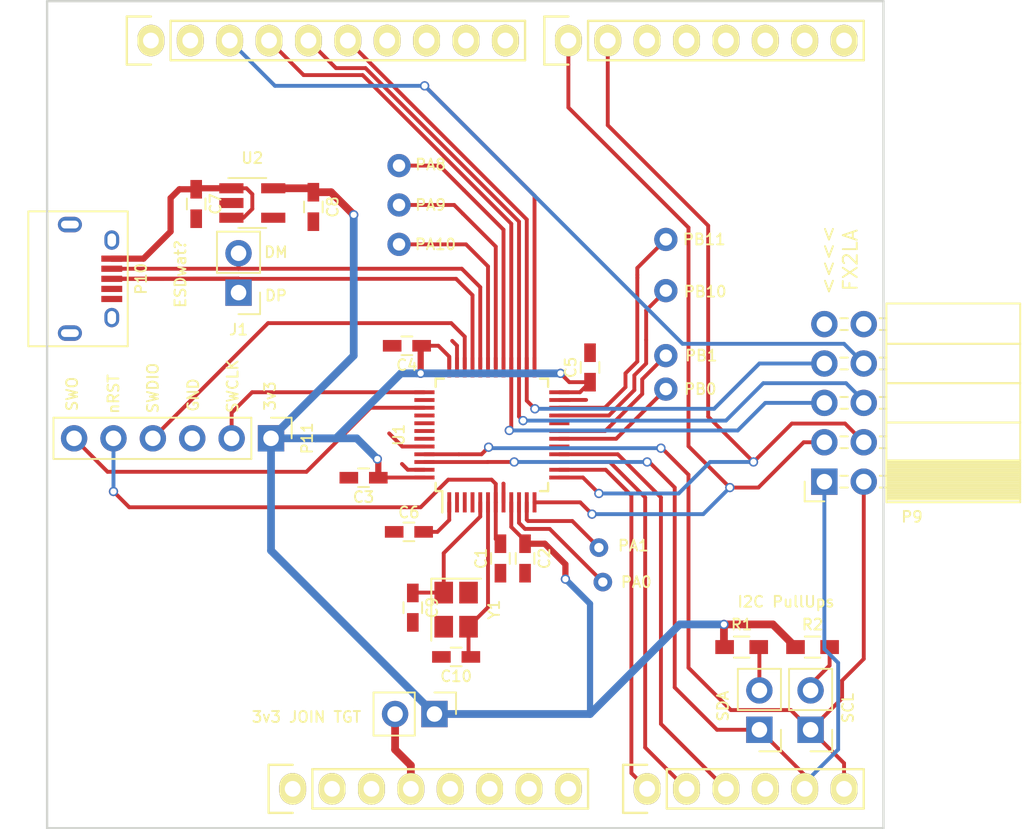
<source format=kicad_pcb>
(kicad_pcb (version 4) (host pcbnew 4.0.6)

  (general
    (links 87)
    (no_connects 24)
    (area 123.024999 72.949999 177.113001 126.440001)
    (thickness 1.6)
    (drawings 18)
    (tracks 288)
    (zones 0)
    (modules 35)
    (nets 37)
  )

  (page A4)
  (title_block
    (title "libopencm3-test hardware")
    (date 2017-10-31)
    (rev 1)
  )

  (layers
    (0 F.Cu signal)
    (31 B.Cu signal)
    (32 B.Adhes user)
    (33 F.Adhes user)
    (34 B.Paste user)
    (35 F.Paste user)
    (36 B.SilkS user)
    (37 F.SilkS user)
    (38 B.Mask user)
    (39 F.Mask user)
    (40 Dwgs.User user)
    (41 Cmts.User user)
    (42 Eco1.User user)
    (43 Eco2.User user)
    (44 Edge.Cuts user)
    (45 Margin user)
    (46 B.CrtYd user)
    (47 F.CrtYd user)
    (48 B.Fab user)
    (49 F.Fab user)
  )

  (setup
    (last_trace_width 0.25)
    (user_trace_width 0.152)
    (user_trace_width 0.25)
    (user_trace_width 0.4)
    (user_trace_width 0.5)
    (user_trace_width 0.75)
    (trace_clearance 0.2)
    (zone_clearance 0.25)
    (zone_45_only yes)
    (trace_min 0.152)
    (segment_width 0.12)
    (edge_width 0.15)
    (via_size 0.6)
    (via_drill 0.4)
    (via_min_size 0.4)
    (via_min_drill 0.3)
    (uvia_size 0.3)
    (uvia_drill 0.1)
    (uvias_allowed no)
    (uvia_min_size 0.2)
    (uvia_min_drill 0.1)
    (pcb_text_width 0.12)
    (pcb_text_size 0.7 0.7)
    (mod_edge_width 0.15)
    (mod_text_size 0.7 0.7)
    (mod_text_width 0.12)
    (pad_size 1.2 1.2)
    (pad_drill 0.6)
    (pad_to_mask_clearance 0)
    (aux_axis_origin 123.1265 126.365)
    (grid_origin 123.1265 126.365)
    (visible_elements FFFEFFFF)
    (pcbplotparams
      (layerselection 0x00020_00000000)
      (usegerberextensions false)
      (excludeedgelayer true)
      (linewidth 0.100000)
      (plotframeref false)
      (viasonmask false)
      (mode 1)
      (useauxorigin false)
      (hpglpennumber 1)
      (hpglpenspeed 20)
      (hpglpendiameter 15)
      (hpglpenoverlay 2)
      (psnegative false)
      (psa4output false)
      (plotreference true)
      (plotvalue true)
      (plotinvisibletext false)
      (padsonsilk false)
      (subtractmaskfromsilk false)
      (outputformat 1)
      (mirror false)
      (drillshape 0)
      (scaleselection 1)
      (outputdirectory ""))
  )

  (net 0 "")
  (net 1 +5V)
  (net 2 GND)
  (net 3 +3V3)
  (net 4 /NRST)
  (net 5 /ADC_IN1)
  (net 6 /I2C_SDA)
  (net 7 /I2C_SCL)
  (net 8 /SPI_CS)
  (net 9 /SPI_MOSI)
  (net 10 /SPI_MISO)
  (net 11 /SPI_SCK)
  (net 12 /USB_DM)
  (net 13 /USB_DP)
  (net 14 "Net-(P10-Pad6)")
  (net 15 /SWCLK)
  (net 16 /SWDIO)
  (net 17 /SWO)
  (net 18 /DAC1_OUT)
  (net 19 /DAC2_OUT)
  (net 20 /UART_TX_OUT)
  (net 21 /UART_RX_OUT)
  (net 22 "Net-(JP1-Pad2)")
  (net 23 "Net-(JP2-Pad2)")
  (net 24 /VLCD)
  (net 25 "Net-(C9-Pad1)")
  (net 26 "Net-(C10-Pad1)")
  (net 27 "Net-(JP3-Pad2)")
  (net 28 "Net-(PA0-Pad1)")
  (net 29 "Net-(PA1-Pad1)")
  (net 30 "Net-(PA8-Pad1)")
  (net 31 "Net-(PA9-Pad1)")
  (net 32 "Net-(PA10-Pad1)")
  (net 33 "Net-(PB0-Pad1)")
  (net 34 "Net-(PB1-Pad1)")
  (net 35 "Net-(PB10-Pad1)")
  (net 36 "Net-(PB11-Pad1)")

  (net_class Default "This is the default net class."
    (clearance 0.2)
    (trace_width 0.25)
    (via_dia 0.6)
    (via_drill 0.4)
    (uvia_dia 0.3)
    (uvia_drill 0.1)
    (add_net /ADC_IN1)
    (add_net /DAC1_OUT)
    (add_net /DAC2_OUT)
    (add_net /I2C_SCL)
    (add_net /I2C_SDA)
    (add_net /NRST)
    (add_net /SPI_CS)
    (add_net /SPI_MISO)
    (add_net /SPI_MOSI)
    (add_net /SPI_SCK)
    (add_net /SWCLK)
    (add_net /SWDIO)
    (add_net /SWO)
    (add_net /UART_RX_OUT)
    (add_net /UART_TX_OUT)
    (add_net /USB_DM)
    (add_net /USB_DP)
    (add_net /VLCD)
    (add_net GND)
    (add_net "Net-(C10-Pad1)")
    (add_net "Net-(C9-Pad1)")
    (add_net "Net-(JP1-Pad2)")
    (add_net "Net-(JP2-Pad2)")
    (add_net "Net-(JP3-Pad2)")
    (add_net "Net-(P10-Pad6)")
    (add_net "Net-(PA0-Pad1)")
    (add_net "Net-(PA1-Pad1)")
    (add_net "Net-(PA10-Pad1)")
    (add_net "Net-(PA8-Pad1)")
    (add_net "Net-(PA9-Pad1)")
    (add_net "Net-(PB0-Pad1)")
    (add_net "Net-(PB1-Pad1)")
    (add_net "Net-(PB10-Pad1)")
    (add_net "Net-(PB11-Pad1)")
  )

  (net_class power ""
    (clearance 0.2)
    (trace_width 0.4)
    (via_dia 0.6)
    (via_drill 0.4)
    (uvia_dia 0.3)
    (uvia_drill 0.1)
    (add_net +3V3)
    (add_net +5V)
  )

  (module Socket_Arduino_Uno:Socket_Strip_Arduino_1x08 locked (layer F.Cu) (tedit 5A456C75) (tstamp 551AF9EA)
    (at 138.938 123.825)
    (descr "Through hole socket strip")
    (tags "socket strip")
    (path /56D70129)
    (fp_text reference P1 (at 8.89 -2.54) (layer F.SilkS) hide
      (effects (font (size 0.7 0.7) (thickness 0.12)))
    )
    (fp_text value Power (at 8.89 -4.064) (layer F.Fab)
      (effects (font (size 1 1) (thickness 0.15)))
    )
    (fp_line (start -1.75 -1.75) (end -1.75 1.75) (layer F.CrtYd) (width 0.05))
    (fp_line (start 19.55 -1.75) (end 19.55 1.75) (layer F.CrtYd) (width 0.05))
    (fp_line (start -1.75 -1.75) (end 19.55 -1.75) (layer F.CrtYd) (width 0.05))
    (fp_line (start -1.75 1.75) (end 19.55 1.75) (layer F.CrtYd) (width 0.05))
    (fp_line (start 1.27 1.27) (end 19.05 1.27) (layer F.SilkS) (width 0.15))
    (fp_line (start 19.05 1.27) (end 19.05 -1.27) (layer F.SilkS) (width 0.15))
    (fp_line (start 19.05 -1.27) (end 1.27 -1.27) (layer F.SilkS) (width 0.15))
    (fp_line (start -1.55 1.55) (end 0 1.55) (layer F.SilkS) (width 0.15))
    (fp_line (start 1.27 1.27) (end 1.27 -1.27) (layer F.SilkS) (width 0.15))
    (fp_line (start 0 -1.55) (end -1.55 -1.55) (layer F.SilkS) (width 0.15))
    (fp_line (start -1.55 -1.55) (end -1.55 1.55) (layer F.SilkS) (width 0.15))
    (pad 1 thru_hole oval (at 0 0) (size 1.7272 2.032) (drill 1.016) (layers *.Cu *.Mask F.SilkS))
    (pad 2 thru_hole oval (at 2.54 0) (size 1.7272 2.032) (drill 1.016) (layers *.Cu *.Mask F.SilkS))
    (pad 3 thru_hole oval (at 5.08 0) (size 1.7272 2.032) (drill 1.016) (layers *.Cu *.Mask F.SilkS))
    (pad 4 thru_hole oval (at 7.62 0) (size 1.7272 2.032) (drill 1.016) (layers *.Cu *.Mask F.SilkS)
      (net 27 "Net-(JP3-Pad2)"))
    (pad 5 thru_hole oval (at 10.16 0) (size 1.7272 2.032) (drill 1.016) (layers *.Cu *.Mask F.SilkS))
    (pad 6 thru_hole oval (at 12.7 0) (size 1.7272 2.032) (drill 1.016) (layers *.Cu *.Mask F.SilkS)
      (net 2 GND))
    (pad 7 thru_hole oval (at 15.24 0) (size 1.7272 2.032) (drill 1.016) (layers *.Cu *.Mask F.SilkS)
      (net 2 GND))
    (pad 8 thru_hole oval (at 17.78 0) (size 1.7272 2.032) (drill 1.016) (layers *.Cu *.Mask F.SilkS))
    (model ${KIPRJMOD}/Socket_Arduino_Uno.3dshapes/Socket_header_Arduino_1x08.wrl
      (at (xyz 0.35 0 0))
      (scale (xyz 1 1 1))
      (rotate (xyz 0 0 180))
    )
  )

  (module Socket_Arduino_Uno:Socket_Strip_Arduino_1x06 locked (layer F.Cu) (tedit 5A456C7B) (tstamp 551AF9FF)
    (at 161.798 123.825)
    (descr "Through hole socket strip")
    (tags "socket strip")
    (path /56D70DD8)
    (fp_text reference P2 (at 6.604 -2.54) (layer F.SilkS) hide
      (effects (font (size 0.7 0.7) (thickness 0.12)))
    )
    (fp_text value Analog (at 6.604 -4.064) (layer F.Fab)
      (effects (font (size 1 1) (thickness 0.15)))
    )
    (fp_line (start -1.75 -1.75) (end -1.75 1.75) (layer F.CrtYd) (width 0.05))
    (fp_line (start 14.45 -1.75) (end 14.45 1.75) (layer F.CrtYd) (width 0.05))
    (fp_line (start -1.75 -1.75) (end 14.45 -1.75) (layer F.CrtYd) (width 0.05))
    (fp_line (start -1.75 1.75) (end 14.45 1.75) (layer F.CrtYd) (width 0.05))
    (fp_line (start 1.27 1.27) (end 13.97 1.27) (layer F.SilkS) (width 0.15))
    (fp_line (start 13.97 1.27) (end 13.97 -1.27) (layer F.SilkS) (width 0.15))
    (fp_line (start 13.97 -1.27) (end 1.27 -1.27) (layer F.SilkS) (width 0.15))
    (fp_line (start -1.55 1.55) (end 0 1.55) (layer F.SilkS) (width 0.15))
    (fp_line (start 1.27 1.27) (end 1.27 -1.27) (layer F.SilkS) (width 0.15))
    (fp_line (start 0 -1.55) (end -1.55 -1.55) (layer F.SilkS) (width 0.15))
    (fp_line (start -1.55 -1.55) (end -1.55 1.55) (layer F.SilkS) (width 0.15))
    (pad 1 thru_hole oval (at 0 0) (size 1.7272 2.032) (drill 1.016) (layers *.Cu *.Mask F.SilkS)
      (net 18 /DAC1_OUT))
    (pad 2 thru_hole oval (at 2.54 0) (size 1.7272 2.032) (drill 1.016) (layers *.Cu *.Mask F.SilkS)
      (net 19 /DAC2_OUT))
    (pad 3 thru_hole oval (at 5.08 0) (size 1.7272 2.032) (drill 1.016) (layers *.Cu *.Mask F.SilkS)
      (net 5 /ADC_IN1))
    (pad 4 thru_hole oval (at 7.62 0) (size 1.7272 2.032) (drill 1.016) (layers *.Cu *.Mask F.SilkS))
    (pad 5 thru_hole oval (at 10.16 0) (size 1.7272 2.032) (drill 1.016) (layers *.Cu *.Mask F.SilkS)
      (net 6 /I2C_SDA))
    (pad 6 thru_hole oval (at 12.7 0) (size 1.7272 2.032) (drill 1.016) (layers *.Cu *.Mask F.SilkS)
      (net 7 /I2C_SCL))
    (model ${KIPRJMOD}/Socket_Arduino_Uno.3dshapes/Socket_header_Arduino_1x06.wrl
      (at (xyz 0.25 0 0))
      (scale (xyz 1 1 1))
      (rotate (xyz 0 0 180))
    )
  )

  (module Socket_Arduino_Uno:Socket_Strip_Arduino_1x10 locked (layer F.Cu) (tedit 5A456C6E) (tstamp 551AFA18)
    (at 129.794 75.565)
    (descr "Through hole socket strip")
    (tags "socket strip")
    (path /56D721E0)
    (fp_text reference P3 (at 11.43 2.794) (layer F.SilkS) hide
      (effects (font (size 0.7 0.7) (thickness 0.12)))
    )
    (fp_text value Digital (at 11.43 4.318) (layer F.Fab)
      (effects (font (size 1 1) (thickness 0.15)))
    )
    (fp_line (start -1.75 -1.75) (end -1.75 1.75) (layer F.CrtYd) (width 0.05))
    (fp_line (start 24.65 -1.75) (end 24.65 1.75) (layer F.CrtYd) (width 0.05))
    (fp_line (start -1.75 -1.75) (end 24.65 -1.75) (layer F.CrtYd) (width 0.05))
    (fp_line (start -1.75 1.75) (end 24.65 1.75) (layer F.CrtYd) (width 0.05))
    (fp_line (start 1.27 1.27) (end 24.13 1.27) (layer F.SilkS) (width 0.15))
    (fp_line (start 24.13 1.27) (end 24.13 -1.27) (layer F.SilkS) (width 0.15))
    (fp_line (start 24.13 -1.27) (end 1.27 -1.27) (layer F.SilkS) (width 0.15))
    (fp_line (start -1.55 1.55) (end 0 1.55) (layer F.SilkS) (width 0.15))
    (fp_line (start 1.27 1.27) (end 1.27 -1.27) (layer F.SilkS) (width 0.15))
    (fp_line (start 0 -1.55) (end -1.55 -1.55) (layer F.SilkS) (width 0.15))
    (fp_line (start -1.55 -1.55) (end -1.55 1.55) (layer F.SilkS) (width 0.15))
    (pad 1 thru_hole oval (at 0 0) (size 1.7272 2.032) (drill 1.016) (layers *.Cu *.Mask F.SilkS))
    (pad 2 thru_hole oval (at 2.54 0) (size 1.7272 2.032) (drill 1.016) (layers *.Cu *.Mask F.SilkS))
    (pad 3 thru_hole oval (at 5.08 0) (size 1.7272 2.032) (drill 1.016) (layers *.Cu *.Mask F.SilkS)
      (net 8 /SPI_CS))
    (pad 4 thru_hole oval (at 7.62 0) (size 1.7272 2.032) (drill 1.016) (layers *.Cu *.Mask F.SilkS)
      (net 9 /SPI_MOSI))
    (pad 5 thru_hole oval (at 10.16 0) (size 1.7272 2.032) (drill 1.016) (layers *.Cu *.Mask F.SilkS)
      (net 10 /SPI_MISO))
    (pad 6 thru_hole oval (at 12.7 0) (size 1.7272 2.032) (drill 1.016) (layers *.Cu *.Mask F.SilkS)
      (net 11 /SPI_SCK))
    (pad 7 thru_hole oval (at 15.24 0) (size 1.7272 2.032) (drill 1.016) (layers *.Cu *.Mask F.SilkS)
      (net 2 GND))
    (pad 8 thru_hole oval (at 17.78 0) (size 1.7272 2.032) (drill 1.016) (layers *.Cu *.Mask F.SilkS))
    (pad 9 thru_hole oval (at 20.32 0) (size 1.7272 2.032) (drill 1.016) (layers *.Cu *.Mask F.SilkS))
    (pad 10 thru_hole oval (at 22.86 0) (size 1.7272 2.032) (drill 1.016) (layers *.Cu *.Mask F.SilkS))
    (model ${KIPRJMOD}/Socket_Arduino_Uno.3dshapes/Socket_header_Arduino_1x10.wrl
      (at (xyz 0.45 0 0))
      (scale (xyz 1 1 1))
      (rotate (xyz 0 0 180))
    )
  )

  (module Socket_Arduino_Uno:Socket_Strip_Arduino_1x08 locked (layer F.Cu) (tedit 5A456C59) (tstamp 551AFA2F)
    (at 156.718 75.565)
    (descr "Through hole socket strip")
    (tags "socket strip")
    (path /56D7164F)
    (fp_text reference P4 (at 8.89 2.794) (layer F.SilkS) hide
      (effects (font (size 0.7 0.7) (thickness 0.12)))
    )
    (fp_text value Digital (at 8.89 4.318) (layer F.Fab)
      (effects (font (size 1 1) (thickness 0.15)))
    )
    (fp_line (start -1.75 -1.75) (end -1.75 1.75) (layer F.CrtYd) (width 0.05))
    (fp_line (start 19.55 -1.75) (end 19.55 1.75) (layer F.CrtYd) (width 0.05))
    (fp_line (start -1.75 -1.75) (end 19.55 -1.75) (layer F.CrtYd) (width 0.05))
    (fp_line (start -1.75 1.75) (end 19.55 1.75) (layer F.CrtYd) (width 0.05))
    (fp_line (start 1.27 1.27) (end 19.05 1.27) (layer F.SilkS) (width 0.15))
    (fp_line (start 19.05 1.27) (end 19.05 -1.27) (layer F.SilkS) (width 0.15))
    (fp_line (start 19.05 -1.27) (end 1.27 -1.27) (layer F.SilkS) (width 0.15))
    (fp_line (start -1.55 1.55) (end 0 1.55) (layer F.SilkS) (width 0.15))
    (fp_line (start 1.27 1.27) (end 1.27 -1.27) (layer F.SilkS) (width 0.15))
    (fp_line (start 0 -1.55) (end -1.55 -1.55) (layer F.SilkS) (width 0.15))
    (fp_line (start -1.55 -1.55) (end -1.55 1.55) (layer F.SilkS) (width 0.15))
    (pad 1 thru_hole oval (at 0 0) (size 1.7272 2.032) (drill 1.016) (layers *.Cu *.Mask F.SilkS)
      (net 20 /UART_TX_OUT))
    (pad 2 thru_hole oval (at 2.54 0) (size 1.7272 2.032) (drill 1.016) (layers *.Cu *.Mask F.SilkS)
      (net 21 /UART_RX_OUT))
    (pad 3 thru_hole oval (at 5.08 0) (size 1.7272 2.032) (drill 1.016) (layers *.Cu *.Mask F.SilkS))
    (pad 4 thru_hole oval (at 7.62 0) (size 1.7272 2.032) (drill 1.016) (layers *.Cu *.Mask F.SilkS))
    (pad 5 thru_hole oval (at 10.16 0) (size 1.7272 2.032) (drill 1.016) (layers *.Cu *.Mask F.SilkS))
    (pad 6 thru_hole oval (at 12.7 0) (size 1.7272 2.032) (drill 1.016) (layers *.Cu *.Mask F.SilkS))
    (pad 7 thru_hole oval (at 15.24 0) (size 1.7272 2.032) (drill 1.016) (layers *.Cu *.Mask F.SilkS))
    (pad 8 thru_hole oval (at 17.78 0) (size 1.7272 2.032) (drill 1.016) (layers *.Cu *.Mask F.SilkS))
    (model ${KIPRJMOD}/Socket_Arduino_Uno.3dshapes/Socket_header_Arduino_1x08.wrl
      (at (xyz 0.35 0 0))
      (scale (xyz 1 1 1))
      (rotate (xyz 0 0 180))
    )
  )

  (module Capacitors_SMD:C_0603_HandSoldering (layer F.Cu) (tedit 58AA848B) (tstamp 59F7BF21)
    (at 152.3365 108.966 90)
    (descr "Capacitor SMD 0603, hand soldering")
    (tags "capacitor 0603")
    (path /58CF4B65)
    (attr smd)
    (fp_text reference C1 (at 0 -1.25 90) (layer F.SilkS)
      (effects (font (size 0.7 0.7) (thickness 0.12)))
    )
    (fp_text value 100n (at 0 1.5 90) (layer F.Fab)
      (effects (font (size 1 1) (thickness 0.15)))
    )
    (fp_text user %R (at 0 -1.25 90) (layer F.Fab)
      (effects (font (size 1 1) (thickness 0.15)))
    )
    (fp_line (start -0.8 0.4) (end -0.8 -0.4) (layer F.Fab) (width 0.1))
    (fp_line (start 0.8 0.4) (end -0.8 0.4) (layer F.Fab) (width 0.1))
    (fp_line (start 0.8 -0.4) (end 0.8 0.4) (layer F.Fab) (width 0.1))
    (fp_line (start -0.8 -0.4) (end 0.8 -0.4) (layer F.Fab) (width 0.1))
    (fp_line (start -0.35 -0.6) (end 0.35 -0.6) (layer F.SilkS) (width 0.12))
    (fp_line (start 0.35 0.6) (end -0.35 0.6) (layer F.SilkS) (width 0.12))
    (fp_line (start -1.8 -0.65) (end 1.8 -0.65) (layer F.CrtYd) (width 0.05))
    (fp_line (start -1.8 -0.65) (end -1.8 0.65) (layer F.CrtYd) (width 0.05))
    (fp_line (start 1.8 0.65) (end 1.8 -0.65) (layer F.CrtYd) (width 0.05))
    (fp_line (start 1.8 0.65) (end -1.8 0.65) (layer F.CrtYd) (width 0.05))
    (pad 1 smd rect (at -0.95 0 90) (size 1.2 0.75) (layers F.Cu F.Paste F.Mask)
      (net 2 GND))
    (pad 2 smd rect (at 0.95 0 90) (size 1.2 0.75) (layers F.Cu F.Paste F.Mask)
      (net 4 /NRST))
    (model Capacitors_SMD.3dshapes/C_0603.wrl
      (at (xyz 0 0 0))
      (scale (xyz 1 1 1))
      (rotate (xyz 0 0 0))
    )
  )

  (module Capacitors_SMD:C_0603_HandSoldering (layer F.Cu) (tedit 58AA848B) (tstamp 59F7BF27)
    (at 153.924 108.966 270)
    (descr "Capacitor SMD 0603, hand soldering")
    (tags "capacitor 0603")
    (path /58CF43FF)
    (attr smd)
    (fp_text reference C2 (at 0 -1.25 270) (layer F.SilkS)
      (effects (font (size 0.7 0.7) (thickness 0.12)))
    )
    (fp_text value 100n (at 0 1.5 270) (layer F.Fab)
      (effects (font (size 1 1) (thickness 0.15)))
    )
    (fp_text user %R (at 0 -1.25 270) (layer F.Fab)
      (effects (font (size 1 1) (thickness 0.15)))
    )
    (fp_line (start -0.8 0.4) (end -0.8 -0.4) (layer F.Fab) (width 0.1))
    (fp_line (start 0.8 0.4) (end -0.8 0.4) (layer F.Fab) (width 0.1))
    (fp_line (start 0.8 -0.4) (end 0.8 0.4) (layer F.Fab) (width 0.1))
    (fp_line (start -0.8 -0.4) (end 0.8 -0.4) (layer F.Fab) (width 0.1))
    (fp_line (start -0.35 -0.6) (end 0.35 -0.6) (layer F.SilkS) (width 0.12))
    (fp_line (start 0.35 0.6) (end -0.35 0.6) (layer F.SilkS) (width 0.12))
    (fp_line (start -1.8 -0.65) (end 1.8 -0.65) (layer F.CrtYd) (width 0.05))
    (fp_line (start -1.8 -0.65) (end -1.8 0.65) (layer F.CrtYd) (width 0.05))
    (fp_line (start 1.8 0.65) (end 1.8 -0.65) (layer F.CrtYd) (width 0.05))
    (fp_line (start 1.8 0.65) (end -1.8 0.65) (layer F.CrtYd) (width 0.05))
    (pad 1 smd rect (at -0.95 0 270) (size 1.2 0.75) (layers F.Cu F.Paste F.Mask)
      (net 3 +3V3))
    (pad 2 smd rect (at 0.95 0 270) (size 1.2 0.75) (layers F.Cu F.Paste F.Mask)
      (net 2 GND))
    (model Capacitors_SMD.3dshapes/C_0603.wrl
      (at (xyz 0 0 0))
      (scale (xyz 1 1 1))
      (rotate (xyz 0 0 0))
    )
  )

  (module Capacitors_SMD:C_0603_HandSoldering (layer F.Cu) (tedit 58AA848B) (tstamp 59F7BF2D)
    (at 143.51 103.759 180)
    (descr "Capacitor SMD 0603, hand soldering")
    (tags "capacitor 0603")
    (path /58CF69A9)
    (attr smd)
    (fp_text reference C3 (at 0 -1.25 180) (layer F.SilkS)
      (effects (font (size 0.7 0.7) (thickness 0.12)))
    )
    (fp_text value 100n (at 0 1.5 180) (layer F.Fab)
      (effects (font (size 1 1) (thickness 0.15)))
    )
    (fp_text user %R (at 0 -1.25 180) (layer F.Fab)
      (effects (font (size 1 1) (thickness 0.15)))
    )
    (fp_line (start -0.8 0.4) (end -0.8 -0.4) (layer F.Fab) (width 0.1))
    (fp_line (start 0.8 0.4) (end -0.8 0.4) (layer F.Fab) (width 0.1))
    (fp_line (start 0.8 -0.4) (end 0.8 0.4) (layer F.Fab) (width 0.1))
    (fp_line (start -0.8 -0.4) (end 0.8 -0.4) (layer F.Fab) (width 0.1))
    (fp_line (start -0.35 -0.6) (end 0.35 -0.6) (layer F.SilkS) (width 0.12))
    (fp_line (start 0.35 0.6) (end -0.35 0.6) (layer F.SilkS) (width 0.12))
    (fp_line (start -1.8 -0.65) (end 1.8 -0.65) (layer F.CrtYd) (width 0.05))
    (fp_line (start -1.8 -0.65) (end -1.8 0.65) (layer F.CrtYd) (width 0.05))
    (fp_line (start 1.8 0.65) (end 1.8 -0.65) (layer F.CrtYd) (width 0.05))
    (fp_line (start 1.8 0.65) (end -1.8 0.65) (layer F.CrtYd) (width 0.05))
    (pad 1 smd rect (at -0.95 0 180) (size 1.2 0.75) (layers F.Cu F.Paste F.Mask)
      (net 3 +3V3))
    (pad 2 smd rect (at 0.95 0 180) (size 1.2 0.75) (layers F.Cu F.Paste F.Mask)
      (net 2 GND))
    (model Capacitors_SMD.3dshapes/C_0603.wrl
      (at (xyz 0 0 0))
      (scale (xyz 1 1 1))
      (rotate (xyz 0 0 0))
    )
  )

  (module Capacitors_SMD:C_0603_HandSoldering (layer F.Cu) (tedit 58AA848B) (tstamp 59F7BF33)
    (at 146.304 95.25 180)
    (descr "Capacitor SMD 0603, hand soldering")
    (tags "capacitor 0603")
    (path /58CF69F1)
    (attr smd)
    (fp_text reference C4 (at 0 -1.25 180) (layer F.SilkS)
      (effects (font (size 0.7 0.7) (thickness 0.12)))
    )
    (fp_text value 100n (at 0 1.5 180) (layer F.Fab)
      (effects (font (size 1 1) (thickness 0.15)))
    )
    (fp_text user %R (at 0 -1.25 180) (layer F.Fab)
      (effects (font (size 1 1) (thickness 0.15)))
    )
    (fp_line (start -0.8 0.4) (end -0.8 -0.4) (layer F.Fab) (width 0.1))
    (fp_line (start 0.8 0.4) (end -0.8 0.4) (layer F.Fab) (width 0.1))
    (fp_line (start 0.8 -0.4) (end 0.8 0.4) (layer F.Fab) (width 0.1))
    (fp_line (start -0.8 -0.4) (end 0.8 -0.4) (layer F.Fab) (width 0.1))
    (fp_line (start -0.35 -0.6) (end 0.35 -0.6) (layer F.SilkS) (width 0.12))
    (fp_line (start 0.35 0.6) (end -0.35 0.6) (layer F.SilkS) (width 0.12))
    (fp_line (start -1.8 -0.65) (end 1.8 -0.65) (layer F.CrtYd) (width 0.05))
    (fp_line (start -1.8 -0.65) (end -1.8 0.65) (layer F.CrtYd) (width 0.05))
    (fp_line (start 1.8 0.65) (end 1.8 -0.65) (layer F.CrtYd) (width 0.05))
    (fp_line (start 1.8 0.65) (end -1.8 0.65) (layer F.CrtYd) (width 0.05))
    (pad 1 smd rect (at -0.95 0 180) (size 1.2 0.75) (layers F.Cu F.Paste F.Mask)
      (net 3 +3V3))
    (pad 2 smd rect (at 0.95 0 180) (size 1.2 0.75) (layers F.Cu F.Paste F.Mask)
      (net 2 GND))
    (model Capacitors_SMD.3dshapes/C_0603.wrl
      (at (xyz 0 0 0))
      (scale (xyz 1 1 1))
      (rotate (xyz 0 0 0))
    )
  )

  (module Capacitors_SMD:C_0603_HandSoldering (layer F.Cu) (tedit 58AA848B) (tstamp 59F7BF39)
    (at 158.115 96.647 90)
    (descr "Capacitor SMD 0603, hand soldering")
    (tags "capacitor 0603")
    (path /58CF6A3A)
    (attr smd)
    (fp_text reference C5 (at 0 -1.25 90) (layer F.SilkS)
      (effects (font (size 0.7 0.7) (thickness 0.12)))
    )
    (fp_text value 100n (at 0 1.5 90) (layer F.Fab)
      (effects (font (size 1 1) (thickness 0.15)))
    )
    (fp_text user %R (at 0 -1.25 90) (layer F.Fab)
      (effects (font (size 1 1) (thickness 0.15)))
    )
    (fp_line (start -0.8 0.4) (end -0.8 -0.4) (layer F.Fab) (width 0.1))
    (fp_line (start 0.8 0.4) (end -0.8 0.4) (layer F.Fab) (width 0.1))
    (fp_line (start 0.8 -0.4) (end 0.8 0.4) (layer F.Fab) (width 0.1))
    (fp_line (start -0.8 -0.4) (end 0.8 -0.4) (layer F.Fab) (width 0.1))
    (fp_line (start -0.35 -0.6) (end 0.35 -0.6) (layer F.SilkS) (width 0.12))
    (fp_line (start 0.35 0.6) (end -0.35 0.6) (layer F.SilkS) (width 0.12))
    (fp_line (start -1.8 -0.65) (end 1.8 -0.65) (layer F.CrtYd) (width 0.05))
    (fp_line (start -1.8 -0.65) (end -1.8 0.65) (layer F.CrtYd) (width 0.05))
    (fp_line (start 1.8 0.65) (end 1.8 -0.65) (layer F.CrtYd) (width 0.05))
    (fp_line (start 1.8 0.65) (end -1.8 0.65) (layer F.CrtYd) (width 0.05))
    (pad 1 smd rect (at -0.95 0 90) (size 1.2 0.75) (layers F.Cu F.Paste F.Mask)
      (net 3 +3V3))
    (pad 2 smd rect (at 0.95 0 90) (size 1.2 0.75) (layers F.Cu F.Paste F.Mask)
      (net 2 GND))
    (model Capacitors_SMD.3dshapes/C_0603.wrl
      (at (xyz 0 0 0))
      (scale (xyz 1 1 1))
      (rotate (xyz 0 0 0))
    )
  )

  (module Connectors:USB_Micro-B (layer F.Cu) (tedit 5543E447) (tstamp 59F7BF54)
    (at 125.9205 90.932 270)
    (descr "Micro USB Type B Receptacle")
    (tags "USB USB_B USB_micro USB_OTG")
    (path /58CF10AD)
    (attr smd)
    (fp_text reference P10 (at 0 -3.24 270) (layer F.SilkS)
      (effects (font (size 0.7 0.7) (thickness 0.12)))
    )
    (fp_text value CONTROL (at 0 5.01 270) (layer F.Fab)
      (effects (font (size 1 1) (thickness 0.15)))
    )
    (fp_line (start -4.6 -2.59) (end 4.6 -2.59) (layer F.CrtYd) (width 0.05))
    (fp_line (start 4.6 -2.59) (end 4.6 4.26) (layer F.CrtYd) (width 0.05))
    (fp_line (start 4.6 4.26) (end -4.6 4.26) (layer F.CrtYd) (width 0.05))
    (fp_line (start -4.6 4.26) (end -4.6 -2.59) (layer F.CrtYd) (width 0.05))
    (fp_line (start -4.35 4.03) (end 4.35 4.03) (layer F.SilkS) (width 0.12))
    (fp_line (start -4.35 -2.38) (end 4.35 -2.38) (layer F.SilkS) (width 0.12))
    (fp_line (start 4.35 -2.38) (end 4.35 4.03) (layer F.SilkS) (width 0.12))
    (fp_line (start 4.35 2.8) (end -4.35 2.8) (layer F.SilkS) (width 0.12))
    (fp_line (start -4.35 4.03) (end -4.35 -2.38) (layer F.SilkS) (width 0.12))
    (pad 1 smd rect (at -1.3 -1.35) (size 1.35 0.4) (layers F.Cu F.Paste F.Mask)
      (net 1 +5V))
    (pad 2 smd rect (at -0.65 -1.35) (size 1.35 0.4) (layers F.Cu F.Paste F.Mask)
      (net 12 /USB_DM))
    (pad 3 smd rect (at 0 -1.35) (size 1.35 0.4) (layers F.Cu F.Paste F.Mask)
      (net 13 /USB_DP))
    (pad 4 smd rect (at 0.65 -1.35) (size 1.35 0.4) (layers F.Cu F.Paste F.Mask))
    (pad 5 smd rect (at 1.3 -1.35) (size 1.35 0.4) (layers F.Cu F.Paste F.Mask)
      (net 2 GND))
    (pad 6 thru_hole oval (at -2.5 -1.35) (size 0.95 1.25) (drill oval 0.55 0.85) (layers *.Cu *.Mask)
      (net 14 "Net-(P10-Pad6)"))
    (pad 6 thru_hole oval (at 2.5 -1.35) (size 0.95 1.25) (drill oval 0.55 0.85) (layers *.Cu *.Mask)
      (net 14 "Net-(P10-Pad6)"))
    (pad 6 thru_hole oval (at -3.5 1.35) (size 1.55 1) (drill oval 1.15 0.5) (layers *.Cu *.Mask)
      (net 14 "Net-(P10-Pad6)"))
    (pad 6 thru_hole oval (at 3.5 1.35) (size 1.55 1) (drill oval 1.15 0.5) (layers *.Cu *.Mask)
      (net 14 "Net-(P10-Pad6)"))
  )

  (module Housings_QFP:TQFP-48_7x7mm_Pitch0.5mm (layer F.Cu) (tedit 54130A77) (tstamp 59F7C113)
    (at 151.785 100.997 90)
    (descr "48 LEAD TQFP 7x7mm (see MICREL TQFP7x7-48LD-PL-1.pdf)")
    (tags "QFP 0.5")
    (path /58CEFE92)
    (attr smd)
    (fp_text reference U1 (at 0 -6 90) (layer F.SilkS)
      (effects (font (size 0.7 0.7) (thickness 0.12)))
    )
    (fp_text value STM32L151C6TxA (at 0 6 90) (layer F.Fab)
      (effects (font (size 1 1) (thickness 0.15)))
    )
    (fp_text user %R (at 0 0 90) (layer F.Fab)
      (effects (font (size 1 1) (thickness 0.15)))
    )
    (fp_line (start -2.5 -3.5) (end 3.5 -3.5) (layer F.Fab) (width 0.15))
    (fp_line (start 3.5 -3.5) (end 3.5 3.5) (layer F.Fab) (width 0.15))
    (fp_line (start 3.5 3.5) (end -3.5 3.5) (layer F.Fab) (width 0.15))
    (fp_line (start -3.5 3.5) (end -3.5 -2.5) (layer F.Fab) (width 0.15))
    (fp_line (start -3.5 -2.5) (end -2.5 -3.5) (layer F.Fab) (width 0.15))
    (fp_line (start -5.25 -5.25) (end -5.25 5.25) (layer F.CrtYd) (width 0.05))
    (fp_line (start 5.25 -5.25) (end 5.25 5.25) (layer F.CrtYd) (width 0.05))
    (fp_line (start -5.25 -5.25) (end 5.25 -5.25) (layer F.CrtYd) (width 0.05))
    (fp_line (start -5.25 5.25) (end 5.25 5.25) (layer F.CrtYd) (width 0.05))
    (fp_line (start -3.625 -3.625) (end -3.625 -3.2) (layer F.SilkS) (width 0.15))
    (fp_line (start 3.625 -3.625) (end 3.625 -3.1) (layer F.SilkS) (width 0.15))
    (fp_line (start 3.625 3.625) (end 3.625 3.1) (layer F.SilkS) (width 0.15))
    (fp_line (start -3.625 3.625) (end -3.625 3.1) (layer F.SilkS) (width 0.15))
    (fp_line (start -3.625 -3.625) (end -3.1 -3.625) (layer F.SilkS) (width 0.15))
    (fp_line (start -3.625 3.625) (end -3.1 3.625) (layer F.SilkS) (width 0.15))
    (fp_line (start 3.625 3.625) (end 3.1 3.625) (layer F.SilkS) (width 0.15))
    (fp_line (start 3.625 -3.625) (end 3.1 -3.625) (layer F.SilkS) (width 0.15))
    (fp_line (start -3.625 -3.2) (end -5 -3.2) (layer F.SilkS) (width 0.15))
    (pad 1 smd rect (at -4.35 -2.75 90) (size 1.3 0.25) (layers F.Cu F.Paste F.Mask)
      (net 24 /VLCD))
    (pad 2 smd rect (at -4.35 -2.25 90) (size 1.3 0.25) (layers F.Cu F.Paste F.Mask))
    (pad 3 smd rect (at -4.35 -1.75 90) (size 1.3 0.25) (layers F.Cu F.Paste F.Mask))
    (pad 4 smd rect (at -4.35 -1.25 90) (size 1.3 0.25) (layers F.Cu F.Paste F.Mask))
    (pad 5 smd rect (at -4.35 -0.75 90) (size 1.3 0.25) (layers F.Cu F.Paste F.Mask)
      (net 25 "Net-(C9-Pad1)"))
    (pad 6 smd rect (at -4.35 -0.25 90) (size 1.3 0.25) (layers F.Cu F.Paste F.Mask)
      (net 26 "Net-(C10-Pad1)"))
    (pad 7 smd rect (at -4.35 0.25 90) (size 1.3 0.25) (layers F.Cu F.Paste F.Mask)
      (net 4 /NRST))
    (pad 8 smd rect (at -4.35 0.75 90) (size 1.3 0.25) (layers F.Cu F.Paste F.Mask)
      (net 2 GND))
    (pad 9 smd rect (at -4.35 1.25 90) (size 1.3 0.25) (layers F.Cu F.Paste F.Mask)
      (net 3 +3V3))
    (pad 10 smd rect (at -4.35 1.75 90) (size 1.3 0.25) (layers F.Cu F.Paste F.Mask)
      (net 28 "Net-(PA0-Pad1)"))
    (pad 11 smd rect (at -4.35 2.25 90) (size 1.3 0.25) (layers F.Cu F.Paste F.Mask)
      (net 29 "Net-(PA1-Pad1)"))
    (pad 12 smd rect (at -4.35 2.75 90) (size 1.3 0.25) (layers F.Cu F.Paste F.Mask)
      (net 20 /UART_TX_OUT))
    (pad 13 smd rect (at -2.75 4.35 180) (size 1.3 0.25) (layers F.Cu F.Paste F.Mask)
      (net 21 /UART_RX_OUT))
    (pad 14 smd rect (at -2.25 4.35 180) (size 1.3 0.25) (layers F.Cu F.Paste F.Mask)
      (net 18 /DAC1_OUT))
    (pad 15 smd rect (at -1.75 4.35 180) (size 1.3 0.25) (layers F.Cu F.Paste F.Mask)
      (net 19 /DAC2_OUT))
    (pad 16 smd rect (at -1.25 4.35 180) (size 1.3 0.25) (layers F.Cu F.Paste F.Mask)
      (net 5 /ADC_IN1))
    (pad 17 smd rect (at -0.75 4.35 180) (size 1.3 0.25) (layers F.Cu F.Paste F.Mask))
    (pad 18 smd rect (at -0.25 4.35 180) (size 1.3 0.25) (layers F.Cu F.Paste F.Mask)
      (net 33 "Net-(PB0-Pad1)"))
    (pad 19 smd rect (at 0.25 4.35 180) (size 1.3 0.25) (layers F.Cu F.Paste F.Mask)
      (net 34 "Net-(PB1-Pad1)"))
    (pad 20 smd rect (at 0.75 4.35 180) (size 1.3 0.25) (layers F.Cu F.Paste F.Mask))
    (pad 21 smd rect (at 1.25 4.35 180) (size 1.3 0.25) (layers F.Cu F.Paste F.Mask)
      (net 35 "Net-(PB10-Pad1)"))
    (pad 22 smd rect (at 1.75 4.35 180) (size 1.3 0.25) (layers F.Cu F.Paste F.Mask)
      (net 36 "Net-(PB11-Pad1)"))
    (pad 23 smd rect (at 2.25 4.35 180) (size 1.3 0.25) (layers F.Cu F.Paste F.Mask)
      (net 2 GND))
    (pad 24 smd rect (at 2.75 4.35 180) (size 1.3 0.25) (layers F.Cu F.Paste F.Mask)
      (net 3 +3V3))
    (pad 25 smd rect (at 4.35 2.75 90) (size 1.3 0.25) (layers F.Cu F.Paste F.Mask)
      (net 8 /SPI_CS))
    (pad 26 smd rect (at 4.35 2.25 90) (size 1.3 0.25) (layers F.Cu F.Paste F.Mask)
      (net 11 /SPI_SCK))
    (pad 27 smd rect (at 4.35 1.75 90) (size 1.3 0.25) (layers F.Cu F.Paste F.Mask)
      (net 10 /SPI_MISO))
    (pad 28 smd rect (at 4.35 1.25 90) (size 1.3 0.25) (layers F.Cu F.Paste F.Mask)
      (net 9 /SPI_MOSI))
    (pad 29 smd rect (at 4.35 0.75 90) (size 1.3 0.25) (layers F.Cu F.Paste F.Mask)
      (net 30 "Net-(PA8-Pad1)"))
    (pad 30 smd rect (at 4.35 0.25 90) (size 1.3 0.25) (layers F.Cu F.Paste F.Mask)
      (net 31 "Net-(PA9-Pad1)"))
    (pad 31 smd rect (at 4.35 -0.25 90) (size 1.3 0.25) (layers F.Cu F.Paste F.Mask)
      (net 32 "Net-(PA10-Pad1)"))
    (pad 32 smd rect (at 4.35 -0.75 90) (size 1.3 0.25) (layers F.Cu F.Paste F.Mask)
      (net 12 /USB_DM))
    (pad 33 smd rect (at 4.35 -1.25 90) (size 1.3 0.25) (layers F.Cu F.Paste F.Mask)
      (net 13 /USB_DP))
    (pad 34 smd rect (at 4.35 -1.75 90) (size 1.3 0.25) (layers F.Cu F.Paste F.Mask)
      (net 16 /SWDIO))
    (pad 35 smd rect (at 4.35 -2.25 90) (size 1.3 0.25) (layers F.Cu F.Paste F.Mask)
      (net 2 GND))
    (pad 36 smd rect (at 4.35 -2.75 90) (size 1.3 0.25) (layers F.Cu F.Paste F.Mask)
      (net 3 +3V3))
    (pad 37 smd rect (at 2.75 -4.35 180) (size 1.3 0.25) (layers F.Cu F.Paste F.Mask)
      (net 15 /SWCLK))
    (pad 38 smd rect (at 2.25 -4.35 180) (size 1.3 0.25) (layers F.Cu F.Paste F.Mask))
    (pad 39 smd rect (at 1.75 -4.35 180) (size 1.3 0.25) (layers F.Cu F.Paste F.Mask)
      (net 17 /SWO))
    (pad 40 smd rect (at 1.25 -4.35 180) (size 1.3 0.25) (layers F.Cu F.Paste F.Mask))
    (pad 41 smd rect (at 0.75 -4.35 180) (size 1.3 0.25) (layers F.Cu F.Paste F.Mask))
    (pad 42 smd rect (at 0.25 -4.35 180) (size 1.3 0.25) (layers F.Cu F.Paste F.Mask))
    (pad 43 smd rect (at -0.25 -4.35 180) (size 1.3 0.25) (layers F.Cu F.Paste F.Mask))
    (pad 44 smd rect (at -0.75 -4.35 180) (size 1.3 0.25) (layers F.Cu F.Paste F.Mask)
      (net 2 GND))
    (pad 45 smd rect (at -1.25 -4.35 180) (size 1.3 0.25) (layers F.Cu F.Paste F.Mask)
      (net 7 /I2C_SCL))
    (pad 46 smd rect (at -1.75 -4.35 180) (size 1.3 0.25) (layers F.Cu F.Paste F.Mask)
      (net 6 /I2C_SDA))
    (pad 47 smd rect (at -2.25 -4.35 180) (size 1.3 0.25) (layers F.Cu F.Paste F.Mask)
      (net 2 GND))
    (pad 48 smd rect (at -2.75 -4.35 180) (size 1.3 0.25) (layers F.Cu F.Paste F.Mask)
      (net 3 +3V3))
    (model Housings_QFP.3dshapes/TQFP-48_7x7mm_Pitch0.5mm.wrl
      (at (xyz 0 0 0))
      (scale (xyz 1 1 1))
      (rotate (xyz 0 0 0))
    )
  )

  (module Socket_Strips:Socket_Strip_Angled_2x05_Pitch2.54mm (layer F.Cu) (tedit 588DE958) (tstamp 5A0F5F85)
    (at 173.228 104.013 180)
    (descr "Through hole angled socket strip, 2x05, 2.54mm pitch, 8.51mm socket length, double rows")
    (tags "Through hole angled socket strip THT 2x05 2.54mm double row")
    (path /58CF048F)
    (fp_text reference P9 (at -5.65 -2.27 180) (layer F.SilkS)
      (effects (font (size 0.7 0.7) (thickness 0.12)))
    )
    (fp_text value FX2LA (at -5.65 12.43 180) (layer F.Fab)
      (effects (font (size 1 1) (thickness 0.15)))
    )
    (fp_line (start -4.06 -1.27) (end -4.06 1.27) (layer F.Fab) (width 0.1))
    (fp_line (start -4.06 1.27) (end -12.57 1.27) (layer F.Fab) (width 0.1))
    (fp_line (start -12.57 1.27) (end -12.57 -1.27) (layer F.Fab) (width 0.1))
    (fp_line (start -12.57 -1.27) (end -4.06 -1.27) (layer F.Fab) (width 0.1))
    (fp_line (start 0 -0.32) (end 0 0.32) (layer F.Fab) (width 0.1))
    (fp_line (start 0 0.32) (end -4.06 0.32) (layer F.Fab) (width 0.1))
    (fp_line (start -4.06 0.32) (end -4.06 -0.32) (layer F.Fab) (width 0.1))
    (fp_line (start -4.06 -0.32) (end 0 -0.32) (layer F.Fab) (width 0.1))
    (fp_line (start -4.06 1.27) (end -4.06 3.81) (layer F.Fab) (width 0.1))
    (fp_line (start -4.06 3.81) (end -12.57 3.81) (layer F.Fab) (width 0.1))
    (fp_line (start -12.57 3.81) (end -12.57 1.27) (layer F.Fab) (width 0.1))
    (fp_line (start -12.57 1.27) (end -4.06 1.27) (layer F.Fab) (width 0.1))
    (fp_line (start 0 2.22) (end 0 2.86) (layer F.Fab) (width 0.1))
    (fp_line (start 0 2.86) (end -4.06 2.86) (layer F.Fab) (width 0.1))
    (fp_line (start -4.06 2.86) (end -4.06 2.22) (layer F.Fab) (width 0.1))
    (fp_line (start -4.06 2.22) (end 0 2.22) (layer F.Fab) (width 0.1))
    (fp_line (start -4.06 3.81) (end -4.06 6.35) (layer F.Fab) (width 0.1))
    (fp_line (start -4.06 6.35) (end -12.57 6.35) (layer F.Fab) (width 0.1))
    (fp_line (start -12.57 6.35) (end -12.57 3.81) (layer F.Fab) (width 0.1))
    (fp_line (start -12.57 3.81) (end -4.06 3.81) (layer F.Fab) (width 0.1))
    (fp_line (start 0 4.76) (end 0 5.4) (layer F.Fab) (width 0.1))
    (fp_line (start 0 5.4) (end -4.06 5.4) (layer F.Fab) (width 0.1))
    (fp_line (start -4.06 5.4) (end -4.06 4.76) (layer F.Fab) (width 0.1))
    (fp_line (start -4.06 4.76) (end 0 4.76) (layer F.Fab) (width 0.1))
    (fp_line (start -4.06 6.35) (end -4.06 8.89) (layer F.Fab) (width 0.1))
    (fp_line (start -4.06 8.89) (end -12.57 8.89) (layer F.Fab) (width 0.1))
    (fp_line (start -12.57 8.89) (end -12.57 6.35) (layer F.Fab) (width 0.1))
    (fp_line (start -12.57 6.35) (end -4.06 6.35) (layer F.Fab) (width 0.1))
    (fp_line (start 0 7.3) (end 0 7.94) (layer F.Fab) (width 0.1))
    (fp_line (start 0 7.94) (end -4.06 7.94) (layer F.Fab) (width 0.1))
    (fp_line (start -4.06 7.94) (end -4.06 7.3) (layer F.Fab) (width 0.1))
    (fp_line (start -4.06 7.3) (end 0 7.3) (layer F.Fab) (width 0.1))
    (fp_line (start -4.06 8.89) (end -4.06 11.43) (layer F.Fab) (width 0.1))
    (fp_line (start -4.06 11.43) (end -12.57 11.43) (layer F.Fab) (width 0.1))
    (fp_line (start -12.57 11.43) (end -12.57 8.89) (layer F.Fab) (width 0.1))
    (fp_line (start -12.57 8.89) (end -4.06 8.89) (layer F.Fab) (width 0.1))
    (fp_line (start 0 9.84) (end 0 10.48) (layer F.Fab) (width 0.1))
    (fp_line (start 0 10.48) (end -4.06 10.48) (layer F.Fab) (width 0.1))
    (fp_line (start -4.06 10.48) (end -4.06 9.84) (layer F.Fab) (width 0.1))
    (fp_line (start -4.06 9.84) (end 0 9.84) (layer F.Fab) (width 0.1))
    (fp_line (start -4 -1.33) (end -4 1.27) (layer F.SilkS) (width 0.12))
    (fp_line (start -4 1.27) (end -12.63 1.27) (layer F.SilkS) (width 0.12))
    (fp_line (start -12.63 1.27) (end -12.63 -1.33) (layer F.SilkS) (width 0.12))
    (fp_line (start -12.63 -1.33) (end -4 -1.33) (layer F.SilkS) (width 0.12))
    (fp_line (start -3.57 -0.38) (end -4 -0.38) (layer F.SilkS) (width 0.12))
    (fp_line (start -3.57 0.38) (end -4 0.38) (layer F.SilkS) (width 0.12))
    (fp_line (start -1.03 -0.38) (end -1.51 -0.38) (layer F.SilkS) (width 0.12))
    (fp_line (start -1.03 0.38) (end -1.51 0.38) (layer F.SilkS) (width 0.12))
    (fp_line (start -4 -1.15) (end -12.63 -1.15) (layer F.SilkS) (width 0.12))
    (fp_line (start -4 -1.03) (end -12.63 -1.03) (layer F.SilkS) (width 0.12))
    (fp_line (start -4 -0.91) (end -12.63 -0.91) (layer F.SilkS) (width 0.12))
    (fp_line (start -4 -0.79) (end -12.63 -0.79) (layer F.SilkS) (width 0.12))
    (fp_line (start -4 -0.67) (end -12.63 -0.67) (layer F.SilkS) (width 0.12))
    (fp_line (start -4 -0.55) (end -12.63 -0.55) (layer F.SilkS) (width 0.12))
    (fp_line (start -4 -0.43) (end -12.63 -0.43) (layer F.SilkS) (width 0.12))
    (fp_line (start -4 -0.31) (end -12.63 -0.31) (layer F.SilkS) (width 0.12))
    (fp_line (start -4 -0.19) (end -12.63 -0.19) (layer F.SilkS) (width 0.12))
    (fp_line (start -4 -0.07) (end -12.63 -0.07) (layer F.SilkS) (width 0.12))
    (fp_line (start -4 0.05) (end -12.63 0.05) (layer F.SilkS) (width 0.12))
    (fp_line (start -4 0.17) (end -12.63 0.17) (layer F.SilkS) (width 0.12))
    (fp_line (start -4 0.29) (end -12.63 0.29) (layer F.SilkS) (width 0.12))
    (fp_line (start -4 0.41) (end -12.63 0.41) (layer F.SilkS) (width 0.12))
    (fp_line (start -4 0.53) (end -12.63 0.53) (layer F.SilkS) (width 0.12))
    (fp_line (start -4 0.65) (end -12.63 0.65) (layer F.SilkS) (width 0.12))
    (fp_line (start -4 0.77) (end -12.63 0.77) (layer F.SilkS) (width 0.12))
    (fp_line (start -4 0.89) (end -12.63 0.89) (layer F.SilkS) (width 0.12))
    (fp_line (start -4 1.01) (end -12.63 1.01) (layer F.SilkS) (width 0.12))
    (fp_line (start -4 1.13) (end -12.63 1.13) (layer F.SilkS) (width 0.12))
    (fp_line (start -4 1.25) (end -12.63 1.25) (layer F.SilkS) (width 0.12))
    (fp_line (start -4 1.37) (end -12.63 1.37) (layer F.SilkS) (width 0.12))
    (fp_line (start -4 1.27) (end -4 3.81) (layer F.SilkS) (width 0.12))
    (fp_line (start -4 3.81) (end -12.63 3.81) (layer F.SilkS) (width 0.12))
    (fp_line (start -12.63 3.81) (end -12.63 1.27) (layer F.SilkS) (width 0.12))
    (fp_line (start -12.63 1.27) (end -4 1.27) (layer F.SilkS) (width 0.12))
    (fp_line (start -3.57 2.16) (end -4 2.16) (layer F.SilkS) (width 0.12))
    (fp_line (start -3.57 2.92) (end -4 2.92) (layer F.SilkS) (width 0.12))
    (fp_line (start -1.03 2.16) (end -1.51 2.16) (layer F.SilkS) (width 0.12))
    (fp_line (start -1.03 2.92) (end -1.51 2.92) (layer F.SilkS) (width 0.12))
    (fp_line (start -4 3.81) (end -4 6.35) (layer F.SilkS) (width 0.12))
    (fp_line (start -4 6.35) (end -12.63 6.35) (layer F.SilkS) (width 0.12))
    (fp_line (start -12.63 6.35) (end -12.63 3.81) (layer F.SilkS) (width 0.12))
    (fp_line (start -12.63 3.81) (end -4 3.81) (layer F.SilkS) (width 0.12))
    (fp_line (start -3.57 4.7) (end -4 4.7) (layer F.SilkS) (width 0.12))
    (fp_line (start -3.57 5.46) (end -4 5.46) (layer F.SilkS) (width 0.12))
    (fp_line (start -1.03 4.7) (end -1.51 4.7) (layer F.SilkS) (width 0.12))
    (fp_line (start -1.03 5.46) (end -1.51 5.46) (layer F.SilkS) (width 0.12))
    (fp_line (start -4 6.35) (end -4 8.89) (layer F.SilkS) (width 0.12))
    (fp_line (start -4 8.89) (end -12.63 8.89) (layer F.SilkS) (width 0.12))
    (fp_line (start -12.63 8.89) (end -12.63 6.35) (layer F.SilkS) (width 0.12))
    (fp_line (start -12.63 6.35) (end -4 6.35) (layer F.SilkS) (width 0.12))
    (fp_line (start -3.57 7.24) (end -4 7.24) (layer F.SilkS) (width 0.12))
    (fp_line (start -3.57 8) (end -4 8) (layer F.SilkS) (width 0.12))
    (fp_line (start -1.03 7.24) (end -1.51 7.24) (layer F.SilkS) (width 0.12))
    (fp_line (start -1.03 8) (end -1.51 8) (layer F.SilkS) (width 0.12))
    (fp_line (start -4 8.89) (end -4 11.49) (layer F.SilkS) (width 0.12))
    (fp_line (start -4 11.49) (end -12.63 11.49) (layer F.SilkS) (width 0.12))
    (fp_line (start -12.63 11.49) (end -12.63 8.89) (layer F.SilkS) (width 0.12))
    (fp_line (start -12.63 8.89) (end -4 8.89) (layer F.SilkS) (width 0.12))
    (fp_line (start -3.57 9.78) (end -4 9.78) (layer F.SilkS) (width 0.12))
    (fp_line (start -3.57 10.54) (end -4 10.54) (layer F.SilkS) (width 0.12))
    (fp_line (start -1.03 9.78) (end -1.51 9.78) (layer F.SilkS) (width 0.12))
    (fp_line (start -1.03 10.54) (end -1.51 10.54) (layer F.SilkS) (width 0.12))
    (fp_line (start 0 -1.27) (end 1.27 -1.27) (layer F.SilkS) (width 0.12))
    (fp_line (start 1.27 -1.27) (end 1.27 0) (layer F.SilkS) (width 0.12))
    (fp_line (start 1.55 -1.55) (end 1.55 11.7) (layer F.CrtYd) (width 0.05))
    (fp_line (start 1.55 11.7) (end -12.85 11.7) (layer F.CrtYd) (width 0.05))
    (fp_line (start -12.85 11.7) (end -12.85 -1.55) (layer F.CrtYd) (width 0.05))
    (fp_line (start -12.85 -1.55) (end 1.55 -1.55) (layer F.CrtYd) (width 0.05))
    (pad 1 thru_hole rect (at 0 0 180) (size 1.7 1.7) (drill 1) (layers *.Cu *.Mask)
      (net 6 /I2C_SDA))
    (pad 2 thru_hole oval (at -2.54 0 180) (size 1.7 1.7) (drill 1) (layers *.Cu *.Mask)
      (net 7 /I2C_SCL))
    (pad 3 thru_hole oval (at 0 2.54 180) (size 1.7 1.7) (drill 1) (layers *.Cu *.Mask)
      (net 20 /UART_TX_OUT))
    (pad 4 thru_hole oval (at -2.54 2.54 180) (size 1.7 1.7) (drill 1) (layers *.Cu *.Mask)
      (net 21 /UART_RX_OUT))
    (pad 5 thru_hole oval (at 0 5.08 180) (size 1.7 1.7) (drill 1) (layers *.Cu *.Mask)
      (net 9 /SPI_MOSI))
    (pad 6 thru_hole oval (at -2.54 5.08 180) (size 1.7 1.7) (drill 1) (layers *.Cu *.Mask)
      (net 10 /SPI_MISO))
    (pad 7 thru_hole oval (at 0 7.62 180) (size 1.7 1.7) (drill 1) (layers *.Cu *.Mask)
      (net 11 /SPI_SCK))
    (pad 8 thru_hole oval (at -2.54 7.62 180) (size 1.7 1.7) (drill 1) (layers *.Cu *.Mask)
      (net 8 /SPI_CS))
    (pad 9 thru_hole oval (at 0 10.16 180) (size 1.7 1.7) (drill 1) (layers *.Cu *.Mask))
    (pad 10 thru_hole oval (at -2.54 10.16 180) (size 1.7 1.7) (drill 1) (layers *.Cu *.Mask)
      (net 2 GND))
    (model Socket_Strips.3dshapes/Socket_Strip_Angled_2x05_Pitch2.54mm.wrl
      (at (xyz -0.05 -0.2 0))
      (scale (xyz 1 1 1))
      (rotate (xyz 0 0 270))
    )
  )

  (module TO_SOT_Packages_SMD:SOT-23-5_HandSoldering (layer F.Cu) (tedit 583F3A3F) (tstamp 5A0F5F92)
    (at 136.3345 86.0425)
    (descr "5-pin SOT23 package")
    (tags "SOT-23-5 hand-soldering")
    (path /59F7B611)
    (attr smd)
    (fp_text reference U2 (at 0 -2.9) (layer F.SilkS)
      (effects (font (size 0.7 0.7) (thickness 0.12)))
    )
    (fp_text value MIC550x-3.3YM5 (at 0 2.9) (layer F.Fab)
      (effects (font (size 1 1) (thickness 0.15)))
    )
    (fp_line (start -0.9 1.61) (end 0.9 1.61) (layer F.SilkS) (width 0.12))
    (fp_line (start 0.9 -1.61) (end -1.55 -1.61) (layer F.SilkS) (width 0.12))
    (fp_line (start -0.9 -0.9) (end -0.25 -1.55) (layer F.Fab) (width 0.1))
    (fp_line (start 0.9 -1.55) (end -0.25 -1.55) (layer F.Fab) (width 0.1))
    (fp_line (start -0.9 -0.9) (end -0.9 1.55) (layer F.Fab) (width 0.1))
    (fp_line (start 0.9 1.55) (end -0.9 1.55) (layer F.Fab) (width 0.1))
    (fp_line (start 0.9 -1.55) (end 0.9 1.55) (layer F.Fab) (width 0.1))
    (fp_line (start -2.38 -1.8) (end 2.38 -1.8) (layer F.CrtYd) (width 0.05))
    (fp_line (start -2.38 -1.8) (end -2.38 1.8) (layer F.CrtYd) (width 0.05))
    (fp_line (start 2.38 1.8) (end 2.38 -1.8) (layer F.CrtYd) (width 0.05))
    (fp_line (start 2.38 1.8) (end -2.38 1.8) (layer F.CrtYd) (width 0.05))
    (pad 1 smd rect (at -1.35 -0.95) (size 1.56 0.65) (layers F.Cu F.Paste F.Mask)
      (net 1 +5V))
    (pad 2 smd rect (at -1.35 0) (size 1.56 0.65) (layers F.Cu F.Paste F.Mask)
      (net 2 GND))
    (pad 3 smd rect (at -1.35 0.95) (size 1.56 0.65) (layers F.Cu F.Paste F.Mask)
      (net 1 +5V))
    (pad 4 smd rect (at 1.35 0.95) (size 1.56 0.65) (layers F.Cu F.Paste F.Mask))
    (pad 5 smd rect (at 1.35 -0.95) (size 1.56 0.65) (layers F.Cu F.Paste F.Mask)
      (net 3 +3V3))
    (model TO_SOT_Packages_SMD.3dshapes\SOT-23-5.wrl
      (at (xyz 0 0 0))
      (scale (xyz 1 1 1))
      (rotate (xyz 0 0 0))
    )
  )

  (module Resistors_SMD:R_0603_HandSoldering (layer F.Cu) (tedit 58AAD9E8) (tstamp 5A0F62A3)
    (at 167.894 114.681)
    (descr "Resistor SMD 0603, hand soldering")
    (tags "resistor 0603")
    (path /5A0F8D14)
    (attr smd)
    (fp_text reference R1 (at 0 -1.45) (layer F.SilkS)
      (effects (font (size 0.7 0.7) (thickness 0.12)))
    )
    (fp_text value 4k7 (at 0 1.55) (layer F.Fab)
      (effects (font (size 1 1) (thickness 0.15)))
    )
    (fp_text user %R (at 0 -1.45) (layer F.Fab)
      (effects (font (size 1 1) (thickness 0.15)))
    )
    (fp_line (start -0.8 0.4) (end -0.8 -0.4) (layer F.Fab) (width 0.1))
    (fp_line (start 0.8 0.4) (end -0.8 0.4) (layer F.Fab) (width 0.1))
    (fp_line (start 0.8 -0.4) (end 0.8 0.4) (layer F.Fab) (width 0.1))
    (fp_line (start -0.8 -0.4) (end 0.8 -0.4) (layer F.Fab) (width 0.1))
    (fp_line (start 0.5 0.68) (end -0.5 0.68) (layer F.SilkS) (width 0.12))
    (fp_line (start -0.5 -0.68) (end 0.5 -0.68) (layer F.SilkS) (width 0.12))
    (fp_line (start -1.96 -0.7) (end 1.95 -0.7) (layer F.CrtYd) (width 0.05))
    (fp_line (start -1.96 -0.7) (end -1.96 0.7) (layer F.CrtYd) (width 0.05))
    (fp_line (start 1.95 0.7) (end 1.95 -0.7) (layer F.CrtYd) (width 0.05))
    (fp_line (start 1.95 0.7) (end -1.96 0.7) (layer F.CrtYd) (width 0.05))
    (pad 1 smd rect (at -1.1 0) (size 1.2 0.9) (layers F.Cu F.Paste F.Mask)
      (net 3 +3V3))
    (pad 2 smd rect (at 1.1 0) (size 1.2 0.9) (layers F.Cu F.Paste F.Mask)
      (net 22 "Net-(JP1-Pad2)"))
    (model Resistors_SMD.3dshapes/R_0603.wrl
      (at (xyz 0 0 0))
      (scale (xyz 1 1 1))
      (rotate (xyz 0 0 0))
    )
  )

  (module Resistors_SMD:R_0603_HandSoldering (layer F.Cu) (tedit 58AAD9E8) (tstamp 5A0F62A9)
    (at 172.466 114.681)
    (descr "Resistor SMD 0603, hand soldering")
    (tags "resistor 0603")
    (path /5A0F8EF5)
    (attr smd)
    (fp_text reference R2 (at 0 -1.45) (layer F.SilkS)
      (effects (font (size 0.7 0.7) (thickness 0.12)))
    )
    (fp_text value 4k7 (at 0 1.55) (layer F.Fab)
      (effects (font (size 1 1) (thickness 0.15)))
    )
    (fp_text user %R (at 0 -1.45) (layer F.Fab)
      (effects (font (size 1 1) (thickness 0.15)))
    )
    (fp_line (start -0.8 0.4) (end -0.8 -0.4) (layer F.Fab) (width 0.1))
    (fp_line (start 0.8 0.4) (end -0.8 0.4) (layer F.Fab) (width 0.1))
    (fp_line (start 0.8 -0.4) (end 0.8 0.4) (layer F.Fab) (width 0.1))
    (fp_line (start -0.8 -0.4) (end 0.8 -0.4) (layer F.Fab) (width 0.1))
    (fp_line (start 0.5 0.68) (end -0.5 0.68) (layer F.SilkS) (width 0.12))
    (fp_line (start -0.5 -0.68) (end 0.5 -0.68) (layer F.SilkS) (width 0.12))
    (fp_line (start -1.96 -0.7) (end 1.95 -0.7) (layer F.CrtYd) (width 0.05))
    (fp_line (start -1.96 -0.7) (end -1.96 0.7) (layer F.CrtYd) (width 0.05))
    (fp_line (start 1.95 0.7) (end 1.95 -0.7) (layer F.CrtYd) (width 0.05))
    (fp_line (start 1.95 0.7) (end -1.96 0.7) (layer F.CrtYd) (width 0.05))
    (pad 1 smd rect (at -1.1 0) (size 1.2 0.9) (layers F.Cu F.Paste F.Mask)
      (net 3 +3V3))
    (pad 2 smd rect (at 1.1 0) (size 1.2 0.9) (layers F.Cu F.Paste F.Mask)
      (net 23 "Net-(JP2-Pad2)"))
    (model Resistors_SMD.3dshapes/R_0603.wrl
      (at (xyz 0 0 0))
      (scale (xyz 1 1 1))
      (rotate (xyz 0 0 0))
    )
  )

  (module Capacitors_SMD:C_0603_HandSoldering (layer F.Cu) (tedit 58AA848B) (tstamp 5A0F67DC)
    (at 146.4335 107.2515)
    (descr "Capacitor SMD 0603, hand soldering")
    (tags "capacitor 0603")
    (path /5A0FB867)
    (attr smd)
    (fp_text reference C6 (at 0 -1.25) (layer F.SilkS)
      (effects (font (size 0.7 0.7) (thickness 0.12)))
    )
    (fp_text value 100n (at 0 1.5) (layer F.Fab)
      (effects (font (size 1 1) (thickness 0.15)))
    )
    (fp_text user %R (at 0 -1.25) (layer F.Fab)
      (effects (font (size 1 1) (thickness 0.15)))
    )
    (fp_line (start -0.8 0.4) (end -0.8 -0.4) (layer F.Fab) (width 0.1))
    (fp_line (start 0.8 0.4) (end -0.8 0.4) (layer F.Fab) (width 0.1))
    (fp_line (start 0.8 -0.4) (end 0.8 0.4) (layer F.Fab) (width 0.1))
    (fp_line (start -0.8 -0.4) (end 0.8 -0.4) (layer F.Fab) (width 0.1))
    (fp_line (start -0.35 -0.6) (end 0.35 -0.6) (layer F.SilkS) (width 0.12))
    (fp_line (start 0.35 0.6) (end -0.35 0.6) (layer F.SilkS) (width 0.12))
    (fp_line (start -1.8 -0.65) (end 1.8 -0.65) (layer F.CrtYd) (width 0.05))
    (fp_line (start -1.8 -0.65) (end -1.8 0.65) (layer F.CrtYd) (width 0.05))
    (fp_line (start 1.8 0.65) (end 1.8 -0.65) (layer F.CrtYd) (width 0.05))
    (fp_line (start 1.8 0.65) (end -1.8 0.65) (layer F.CrtYd) (width 0.05))
    (pad 1 smd rect (at -0.95 0) (size 1.2 0.75) (layers F.Cu F.Paste F.Mask)
      (net 2 GND))
    (pad 2 smd rect (at 0.95 0) (size 1.2 0.75) (layers F.Cu F.Paste F.Mask)
      (net 24 /VLCD))
    (model Capacitors_SMD.3dshapes/C_0603.wrl
      (at (xyz 0 0 0))
      (scale (xyz 1 1 1))
      (rotate (xyz 0 0 0))
    )
  )

  (module Capacitors_SMD:C_0603_HandSoldering (layer F.Cu) (tedit 58AA848B) (tstamp 5A0F6D33)
    (at 132.715 86.106 270)
    (descr "Capacitor SMD 0603, hand soldering")
    (tags "capacitor 0603")
    (path /5A0FC76D)
    (attr smd)
    (fp_text reference C7 (at 0 -1.25 270) (layer F.SilkS)
      (effects (font (size 0.7 0.7) (thickness 0.12)))
    )
    (fp_text value 1u (at 0 1.5 270) (layer F.Fab)
      (effects (font (size 1 1) (thickness 0.15)))
    )
    (fp_text user %R (at 0 -1.25 270) (layer F.Fab)
      (effects (font (size 1 1) (thickness 0.15)))
    )
    (fp_line (start -0.8 0.4) (end -0.8 -0.4) (layer F.Fab) (width 0.1))
    (fp_line (start 0.8 0.4) (end -0.8 0.4) (layer F.Fab) (width 0.1))
    (fp_line (start 0.8 -0.4) (end 0.8 0.4) (layer F.Fab) (width 0.1))
    (fp_line (start -0.8 -0.4) (end 0.8 -0.4) (layer F.Fab) (width 0.1))
    (fp_line (start -0.35 -0.6) (end 0.35 -0.6) (layer F.SilkS) (width 0.12))
    (fp_line (start 0.35 0.6) (end -0.35 0.6) (layer F.SilkS) (width 0.12))
    (fp_line (start -1.8 -0.65) (end 1.8 -0.65) (layer F.CrtYd) (width 0.05))
    (fp_line (start -1.8 -0.65) (end -1.8 0.65) (layer F.CrtYd) (width 0.05))
    (fp_line (start 1.8 0.65) (end 1.8 -0.65) (layer F.CrtYd) (width 0.05))
    (fp_line (start 1.8 0.65) (end -1.8 0.65) (layer F.CrtYd) (width 0.05))
    (pad 1 smd rect (at -0.95 0 270) (size 1.2 0.75) (layers F.Cu F.Paste F.Mask)
      (net 1 +5V))
    (pad 2 smd rect (at 0.95 0 270) (size 1.2 0.75) (layers F.Cu F.Paste F.Mask)
      (net 2 GND))
    (model Capacitors_SMD.3dshapes/C_0603.wrl
      (at (xyz 0 0 0))
      (scale (xyz 1 1 1))
      (rotate (xyz 0 0 0))
    )
  )

  (module Capacitors_SMD:C_0603_HandSoldering (layer F.Cu) (tedit 58AA848B) (tstamp 5A0F6D39)
    (at 140.2715 86.2965 270)
    (descr "Capacitor SMD 0603, hand soldering")
    (tags "capacitor 0603")
    (path /5A0FC660)
    (attr smd)
    (fp_text reference C8 (at 0 -1.25 270) (layer F.SilkS)
      (effects (font (size 0.7 0.7) (thickness 0.12)))
    )
    (fp_text value 1u (at 0 1.5 270) (layer F.Fab)
      (effects (font (size 1 1) (thickness 0.15)))
    )
    (fp_text user %R (at 0 -1.25 270) (layer F.Fab)
      (effects (font (size 1 1) (thickness 0.15)))
    )
    (fp_line (start -0.8 0.4) (end -0.8 -0.4) (layer F.Fab) (width 0.1))
    (fp_line (start 0.8 0.4) (end -0.8 0.4) (layer F.Fab) (width 0.1))
    (fp_line (start 0.8 -0.4) (end 0.8 0.4) (layer F.Fab) (width 0.1))
    (fp_line (start -0.8 -0.4) (end 0.8 -0.4) (layer F.Fab) (width 0.1))
    (fp_line (start -0.35 -0.6) (end 0.35 -0.6) (layer F.SilkS) (width 0.12))
    (fp_line (start 0.35 0.6) (end -0.35 0.6) (layer F.SilkS) (width 0.12))
    (fp_line (start -1.8 -0.65) (end 1.8 -0.65) (layer F.CrtYd) (width 0.05))
    (fp_line (start -1.8 -0.65) (end -1.8 0.65) (layer F.CrtYd) (width 0.05))
    (fp_line (start 1.8 0.65) (end 1.8 -0.65) (layer F.CrtYd) (width 0.05))
    (fp_line (start 1.8 0.65) (end -1.8 0.65) (layer F.CrtYd) (width 0.05))
    (pad 1 smd rect (at -0.95 0 270) (size 1.2 0.75) (layers F.Cu F.Paste F.Mask)
      (net 3 +3V3))
    (pad 2 smd rect (at 0.95 0 270) (size 1.2 0.75) (layers F.Cu F.Paste F.Mask)
      (net 2 GND))
    (model Capacitors_SMD.3dshapes/C_0603.wrl
      (at (xyz 0 0 0))
      (scale (xyz 1 1 1))
      (rotate (xyz 0 0 0))
    )
  )

  (module Capacitors_SMD:C_0603_HandSoldering (layer F.Cu) (tedit 58AA848B) (tstamp 5A1B1F86)
    (at 146.685 112.141 270)
    (descr "Capacitor SMD 0603, hand soldering")
    (tags "capacitor 0603")
    (path /5A137455)
    (attr smd)
    (fp_text reference C9 (at 0 -1.25 270) (layer F.SilkS)
      (effects (font (size 0.7 0.7) (thickness 0.12)))
    )
    (fp_text value 18pf (at 0 1.5 270) (layer F.Fab)
      (effects (font (size 1 1) (thickness 0.15)))
    )
    (fp_text user %R (at 0 -1.25 270) (layer F.Fab)
      (effects (font (size 1 1) (thickness 0.15)))
    )
    (fp_line (start -0.8 0.4) (end -0.8 -0.4) (layer F.Fab) (width 0.1))
    (fp_line (start 0.8 0.4) (end -0.8 0.4) (layer F.Fab) (width 0.1))
    (fp_line (start 0.8 -0.4) (end 0.8 0.4) (layer F.Fab) (width 0.1))
    (fp_line (start -0.8 -0.4) (end 0.8 -0.4) (layer F.Fab) (width 0.1))
    (fp_line (start -0.35 -0.6) (end 0.35 -0.6) (layer F.SilkS) (width 0.12))
    (fp_line (start 0.35 0.6) (end -0.35 0.6) (layer F.SilkS) (width 0.12))
    (fp_line (start -1.8 -0.65) (end 1.8 -0.65) (layer F.CrtYd) (width 0.05))
    (fp_line (start -1.8 -0.65) (end -1.8 0.65) (layer F.CrtYd) (width 0.05))
    (fp_line (start 1.8 0.65) (end 1.8 -0.65) (layer F.CrtYd) (width 0.05))
    (fp_line (start 1.8 0.65) (end -1.8 0.65) (layer F.CrtYd) (width 0.05))
    (pad 1 smd rect (at -0.95 0 270) (size 1.2 0.75) (layers F.Cu F.Paste F.Mask)
      (net 25 "Net-(C9-Pad1)"))
    (pad 2 smd rect (at 0.95 0 270) (size 1.2 0.75) (layers F.Cu F.Paste F.Mask)
      (net 2 GND))
    (model Capacitors_SMD.3dshapes/C_0603.wrl
      (at (xyz 0 0 0))
      (scale (xyz 1 1 1))
      (rotate (xyz 0 0 0))
    )
  )

  (module Capacitors_SMD:C_0603_HandSoldering (layer F.Cu) (tedit 58AA848B) (tstamp 5A1B1F8C)
    (at 149.479 115.316 180)
    (descr "Capacitor SMD 0603, hand soldering")
    (tags "capacitor 0603")
    (path /5A1373B8)
    (attr smd)
    (fp_text reference C10 (at 0 -1.25 180) (layer F.SilkS)
      (effects (font (size 0.7 0.7) (thickness 0.12)))
    )
    (fp_text value 18pf (at 0 1.5 180) (layer F.Fab)
      (effects (font (size 1 1) (thickness 0.15)))
    )
    (fp_text user %R (at 0 -1.25 180) (layer F.Fab)
      (effects (font (size 1 1) (thickness 0.15)))
    )
    (fp_line (start -0.8 0.4) (end -0.8 -0.4) (layer F.Fab) (width 0.1))
    (fp_line (start 0.8 0.4) (end -0.8 0.4) (layer F.Fab) (width 0.1))
    (fp_line (start 0.8 -0.4) (end 0.8 0.4) (layer F.Fab) (width 0.1))
    (fp_line (start -0.8 -0.4) (end 0.8 -0.4) (layer F.Fab) (width 0.1))
    (fp_line (start -0.35 -0.6) (end 0.35 -0.6) (layer F.SilkS) (width 0.12))
    (fp_line (start 0.35 0.6) (end -0.35 0.6) (layer F.SilkS) (width 0.12))
    (fp_line (start -1.8 -0.65) (end 1.8 -0.65) (layer F.CrtYd) (width 0.05))
    (fp_line (start -1.8 -0.65) (end -1.8 0.65) (layer F.CrtYd) (width 0.05))
    (fp_line (start 1.8 0.65) (end 1.8 -0.65) (layer F.CrtYd) (width 0.05))
    (fp_line (start 1.8 0.65) (end -1.8 0.65) (layer F.CrtYd) (width 0.05))
    (pad 1 smd rect (at -0.95 0 180) (size 1.2 0.75) (layers F.Cu F.Paste F.Mask)
      (net 26 "Net-(C10-Pad1)"))
    (pad 2 smd rect (at 0.95 0 180) (size 1.2 0.75) (layers F.Cu F.Paste F.Mask)
      (net 2 GND))
    (model Capacitors_SMD.3dshapes/C_0603.wrl
      (at (xyz 0 0 0))
      (scale (xyz 1 1 1))
      (rotate (xyz 0 0 0))
    )
  )

  (module Crystals:Crystal_SMD_SeikoEpson_FA238-4pin_3.2x2.5mm (layer F.Cu) (tedit 5873B462) (tstamp 5A1B1F94)
    (at 149.479 112.268 270)
    (descr "crystal Epson Toyocom FA-238 series http://www.mouser.com/ds/2/137/1721499-465440.pdf, 3.2x2.5mm^2 package")
    (tags "SMD SMT crystal")
    (path /5A137095)
    (attr smd)
    (fp_text reference Y1 (at 0 -2.45 270) (layer F.SilkS)
      (effects (font (size 0.7 0.7) (thickness 0.12)))
    )
    (fp_text value Crystal_GND24_Small (at 0 2.45 270) (layer F.Fab)
      (effects (font (size 1 1) (thickness 0.15)))
    )
    (fp_line (start -1.5 -1.25) (end 1.5 -1.25) (layer F.Fab) (width 0.1))
    (fp_line (start 1.5 -1.25) (end 1.6 -1.15) (layer F.Fab) (width 0.1))
    (fp_line (start 1.6 -1.15) (end 1.6 1.15) (layer F.Fab) (width 0.1))
    (fp_line (start 1.6 1.15) (end 1.5 1.25) (layer F.Fab) (width 0.1))
    (fp_line (start 1.5 1.25) (end -1.5 1.25) (layer F.Fab) (width 0.1))
    (fp_line (start -1.5 1.25) (end -1.6 1.15) (layer F.Fab) (width 0.1))
    (fp_line (start -1.6 1.15) (end -1.6 -1.15) (layer F.Fab) (width 0.1))
    (fp_line (start -1.6 -1.15) (end -1.5 -1.25) (layer F.Fab) (width 0.1))
    (fp_line (start -1.6 0.25) (end -0.6 1.25) (layer F.Fab) (width 0.1))
    (fp_line (start -2 -1.6) (end -2 1.6) (layer F.SilkS) (width 0.12))
    (fp_line (start -2 1.6) (end 2 1.6) (layer F.SilkS) (width 0.12))
    (fp_line (start -2.1 -1.7) (end -2.1 1.7) (layer F.CrtYd) (width 0.05))
    (fp_line (start -2.1 1.7) (end 2.1 1.7) (layer F.CrtYd) (width 0.05))
    (fp_line (start 2.1 1.7) (end 2.1 -1.7) (layer F.CrtYd) (width 0.05))
    (fp_line (start 2.1 -1.7) (end -2.1 -1.7) (layer F.CrtYd) (width 0.05))
    (pad 1 smd rect (at -1.1 0.8 270) (size 1.4 1.2) (layers F.Cu F.Mask)
      (net 25 "Net-(C9-Pad1)"))
    (pad 2 smd rect (at 1.1 0.8 270) (size 1.4 1.2) (layers F.Cu F.Mask))
    (pad 3 smd rect (at 1.1 -0.8 270) (size 1.4 1.2) (layers F.Cu F.Mask)
      (net 26 "Net-(C10-Pad1)"))
    (pad 4 smd rect (at -1.1 -0.8 270) (size 1.4 1.2) (layers F.Cu F.Mask))
    (model Crystals.3dshapes/Crystal_SMD_SeikoEpson_FA238-4pin_3.2x2.5mm.wrl
      (at (xyz 0 0 0))
      (scale (xyz 0.24 0.24 0.24))
      (rotate (xyz 0 0 0))
    )
  )

  (module Measurement_Points:Measurement_Point_Round-TH_Small (layer F.Cu) (tedit 5A459322) (tstamp 5A43A0A2)
    (at 163.0045 98.044)
    (descr "Mesurement Point, Square, Trough Hole,  DM 1.5mm, Drill 0.8mm,")
    (tags "Mesurement Point Round Trough Hole 1.5mm Drill 0.8mm")
    (path /5A43D04F)
    (attr virtual)
    (fp_text reference PB0 (at 2.2225 0) (layer F.SilkS)
      (effects (font (size 0.7 0.7) (thickness 0.12)))
    )
    (fp_text value TEST_1P (at 0 2) (layer F.Fab)
      (effects (font (size 1 1) (thickness 0.15)))
    )
    (fp_circle (center 0 0) (end 1 0) (layer F.CrtYd) (width 0.05))
    (pad 1 thru_hole circle (at 0 0) (size 1.5 1.5) (drill 0.8) (layers *.Cu *.Mask)
      (net 33 "Net-(PB0-Pad1)"))
  )

  (module Measurement_Points:Measurement_Point_Round-TH_Small (layer F.Cu) (tedit 5A45931E) (tstamp 5A43A0A7)
    (at 163.0045 91.694)
    (descr "Mesurement Point, Square, Trough Hole,  DM 1.5mm, Drill 0.8mm,")
    (tags "Mesurement Point Round Trough Hole 1.5mm Drill 0.8mm")
    (path /5A43D40B)
    (attr virtual)
    (fp_text reference PB10 (at 2.54 0.0635) (layer F.SilkS)
      (effects (font (size 0.7 0.7) (thickness 0.12)))
    )
    (fp_text value TEST_1P (at 0 2) (layer F.Fab)
      (effects (font (size 1 1) (thickness 0.15)))
    )
    (fp_circle (center 0 0) (end 1 0) (layer F.CrtYd) (width 0.05))
    (pad 1 thru_hole circle (at 0 0) (size 1.5 1.5) (drill 0.8) (layers *.Cu *.Mask)
      (net 35 "Net-(PB10-Pad1)"))
  )

  (module Measurement_Points:Measurement_Point_Round-TH_Small (layer F.Cu) (tedit 5A457D71) (tstamp 5A43A0B6)
    (at 145.796 83.6295)
    (descr "Mesurement Point, Square, Trough Hole,  DM 1.5mm, Drill 0.8mm,")
    (tags "Mesurement Point Round Trough Hole 1.5mm Drill 0.8mm")
    (path /5A43EE7B)
    (attr virtual)
    (fp_text reference PA8 (at 2.032 -0.0635) (layer F.SilkS)
      (effects (font (size 0.7 0.7) (thickness 0.12)))
    )
    (fp_text value TEST_1P (at 0 2) (layer F.Fab)
      (effects (font (size 1 1) (thickness 0.15)))
    )
    (fp_circle (center 0 0) (end 1 0) (layer F.CrtYd) (width 0.05))
    (pad 1 thru_hole circle (at 0 0) (size 1.5 1.5) (drill 0.8) (layers *.Cu *.Mask)
      (net 30 "Net-(PA8-Pad1)"))
  )

  (module Measurement_Points:Measurement_Point_Round-TH_Small (layer F.Cu) (tedit 5A45931C) (tstamp 5A43A3E3)
    (at 163.0045 88.392)
    (descr "Mesurement Point, Square, Trough Hole,  DM 1.5mm, Drill 0.8mm,")
    (tags "Mesurement Point Round Trough Hole 1.5mm Drill 0.8mm")
    (path /5A43D49D)
    (attr virtual)
    (fp_text reference PB11 (at 2.4765 0) (layer F.SilkS)
      (effects (font (size 0.7 0.7) (thickness 0.12)))
    )
    (fp_text value TEST_1P (at 0 2) (layer F.Fab)
      (effects (font (size 1 1) (thickness 0.15)))
    )
    (fp_circle (center 0 0) (end 1 0) (layer F.CrtYd) (width 0.05))
    (pad 1 thru_hole circle (at 0 0) (size 1.5 1.5) (drill 0.8) (layers *.Cu *.Mask)
      (net 36 "Net-(PB11-Pad1)"))
  )

  (module Measurement_Points:Measurement_Point_Round-TH_Small (layer F.Cu) (tedit 5A4592FC) (tstamp 5A43A3E8)
    (at 145.796 86.1695)
    (descr "Mesurement Point, Square, Trough Hole,  DM 1.5mm, Drill 0.8mm,")
    (tags "Mesurement Point Round Trough Hole 1.5mm Drill 0.8mm")
    (path /5A43F060)
    (attr virtual)
    (fp_text reference PA9 (at 2.032 0) (layer F.SilkS)
      (effects (font (size 0.7 0.7) (thickness 0.12)))
    )
    (fp_text value TEST_1P (at 0 2) (layer F.Fab)
      (effects (font (size 1 1) (thickness 0.15)))
    )
    (fp_circle (center 0 0) (end 1 0) (layer F.CrtYd) (width 0.05))
    (pad 1 thru_hole circle (at 0 0) (size 1.5 1.5) (drill 0.8) (layers *.Cu *.Mask)
      (net 31 "Net-(PA9-Pad1)"))
  )

  (module Measurement_Points:Measurement_Point_Round-TH_Small (layer F.Cu) (tedit 5A4592F8) (tstamp 5A43A3ED)
    (at 145.796 88.7095)
    (descr "Mesurement Point, Square, Trough Hole,  DM 1.5mm, Drill 0.8mm,")
    (tags "Mesurement Point Round Trough Hole 1.5mm Drill 0.8mm")
    (path /5A43F0E2)
    (attr virtual)
    (fp_text reference PA10 (at 2.3495 0) (layer F.SilkS)
      (effects (font (size 0.7 0.7) (thickness 0.12)))
    )
    (fp_text value TEST_1P (at 0 2) (layer F.Fab)
      (effects (font (size 1 1) (thickness 0.15)))
    )
    (fp_circle (center 0 0) (end 1 0) (layer F.CrtYd) (width 0.05))
    (pad 1 thru_hole circle (at 0 0) (size 1.5 1.5) (drill 0.8) (layers *.Cu *.Mask)
      (net 32 "Net-(PA10-Pad1)"))
  )

  (module Pin_Headers:Pin_Header_Straight_1x02_Pitch2.54mm (layer F.Cu) (tedit 5862ED52) (tstamp 5A43BFD3)
    (at 135.4455 91.821 180)
    (descr "Through hole straight pin header, 1x02, 2.54mm pitch, single row")
    (tags "Through hole pin header THT 1x02 2.54mm single row")
    (path /5A36EBE0)
    (fp_text reference J1 (at 0 -2.39 180) (layer F.SilkS)
      (effects (font (size 0.7 0.7) (thickness 0.12)))
    )
    (fp_text value CONN_01X02 (at 0 4.93 180) (layer F.Fab)
      (effects (font (size 1 1) (thickness 0.15)))
    )
    (fp_line (start -1.27 -1.27) (end -1.27 3.81) (layer F.Fab) (width 0.1))
    (fp_line (start -1.27 3.81) (end 1.27 3.81) (layer F.Fab) (width 0.1))
    (fp_line (start 1.27 3.81) (end 1.27 -1.27) (layer F.Fab) (width 0.1))
    (fp_line (start 1.27 -1.27) (end -1.27 -1.27) (layer F.Fab) (width 0.1))
    (fp_line (start -1.39 1.27) (end -1.39 3.93) (layer F.SilkS) (width 0.12))
    (fp_line (start -1.39 3.93) (end 1.39 3.93) (layer F.SilkS) (width 0.12))
    (fp_line (start 1.39 3.93) (end 1.39 1.27) (layer F.SilkS) (width 0.12))
    (fp_line (start 1.39 1.27) (end -1.39 1.27) (layer F.SilkS) (width 0.12))
    (fp_line (start -1.39 0) (end -1.39 -1.39) (layer F.SilkS) (width 0.12))
    (fp_line (start -1.39 -1.39) (end 0 -1.39) (layer F.SilkS) (width 0.12))
    (fp_line (start -1.6 -1.6) (end -1.6 4.1) (layer F.CrtYd) (width 0.05))
    (fp_line (start -1.6 4.1) (end 1.6 4.1) (layer F.CrtYd) (width 0.05))
    (fp_line (start 1.6 4.1) (end 1.6 -1.6) (layer F.CrtYd) (width 0.05))
    (fp_line (start 1.6 -1.6) (end -1.6 -1.6) (layer F.CrtYd) (width 0.05))
    (pad 1 thru_hole rect (at 0 0 180) (size 1.7 1.7) (drill 1) (layers *.Cu *.Mask)
      (net 13 /USB_DP))
    (pad 2 thru_hole oval (at 0 2.54 180) (size 1.7 1.7) (drill 1) (layers *.Cu *.Mask)
      (net 12 /USB_DM))
    (model Pin_Headers.3dshapes/Pin_Header_Straight_1x02_Pitch2.54mm.wrl
      (at (xyz 0 -0.05 0))
      (scale (xyz 1 1 1))
      (rotate (xyz 0 0 90))
    )
  )

  (module Measurement_Points:Measurement_Point_Round-TH_Small (layer F.Cu) (tedit 5A459320) (tstamp 5A43BFD8)
    (at 163.0045 95.885 180)
    (descr "Mesurement Point, Square, Trough Hole,  DM 1.5mm, Drill 0.8mm,")
    (tags "Mesurement Point Round Trough Hole 1.5mm Drill 0.8mm")
    (path /5A43D328)
    (attr virtual)
    (fp_text reference PB1 (at -2.286 0 180) (layer F.SilkS)
      (effects (font (size 0.7 0.7) (thickness 0.12)))
    )
    (fp_text value TEST_1P (at 0 2 180) (layer F.Fab)
      (effects (font (size 1 1) (thickness 0.15)))
    )
    (fp_circle (center 0 0) (end 1 0) (layer F.CrtYd) (width 0.05))
    (pad 1 thru_hole circle (at 0 0 180) (size 1.5 1.5) (drill 0.8) (layers *.Cu *.Mask)
      (net 34 "Net-(PB1-Pad1)"))
  )

  (module Measurement_Points:Measurement_Point_Round-TH_Small (layer F.Cu) (tedit 5A45930F) (tstamp 5A43BFE0)
    (at 158.9405 110.49)
    (descr "Mesurement Point, Square, Trough Hole,  DM 1.5mm, Drill 0.8mm,")
    (tags "Mesurement Point Round Trough Hole 1.5mm Drill 0.8mm")
    (path /5A43FB1F)
    (attr virtual)
    (fp_text reference PA0 (at 2.159 0) (layer F.SilkS)
      (effects (font (size 0.7 0.7) (thickness 0.12)))
    )
    (fp_text value TEST_1P (at 0 2) (layer F.Fab)
      (effects (font (size 1 1) (thickness 0.15)))
    )
    (fp_circle (center 0 0) (end 1 0) (layer F.CrtYd) (width 0.05))
    (pad 1 thru_hole circle (at 0 0) (size 1.2 1.2) (drill 0.6) (layers *.Cu *.Mask)
      (net 28 "Net-(PA0-Pad1)"))
  )

  (module Measurement_Points:Measurement_Point_Round-TH_Small (layer F.Cu) (tedit 5A459312) (tstamp 5A43BFE5)
    (at 158.6865 108.2675)
    (descr "Mesurement Point, Square, Trough Hole,  DM 1.5mm, Drill 0.8mm,")
    (tags "Mesurement Point Round Trough Hole 1.5mm Drill 0.8mm")
    (path /5A43FBC5)
    (attr virtual)
    (fp_text reference PA1 (at 2.2225 -0.127) (layer F.SilkS)
      (effects (font (size 0.7 0.7) (thickness 0.12)))
    )
    (fp_text value TEST_1P (at 0 2) (layer F.Fab)
      (effects (font (size 1 1) (thickness 0.15)))
    )
    (fp_circle (center 0 0) (end 1 0) (layer F.CrtYd) (width 0.05))
    (pad 1 thru_hole circle (at 0 0) (size 1.2 1.2) (drill 0.6) (layers *.Cu *.Mask)
      (net 29 "Net-(PA1-Pad1)"))
  )

  (module Pin_Headers:Pin_Header_Straight_1x02_Pitch2.54mm (layer F.Cu) (tedit 5A456CA2) (tstamp 5A43C79D)
    (at 169.037 120.015 180)
    (descr "Through hole straight pin header, 1x02, 2.54mm pitch, single row")
    (tags "Through hole pin header THT 1x02 2.54mm single row")
    (path /5A0F91B9)
    (fp_text reference JP1 (at 0 -2.39 180) (layer F.SilkS) hide
      (effects (font (size 0.7 0.7) (thickness 0.12)))
    )
    (fp_text value Jumper_NC_Small (at 0 4.93 180) (layer F.Fab)
      (effects (font (size 1 1) (thickness 0.15)))
    )
    (fp_line (start -1.27 -1.27) (end -1.27 3.81) (layer F.Fab) (width 0.1))
    (fp_line (start -1.27 3.81) (end 1.27 3.81) (layer F.Fab) (width 0.1))
    (fp_line (start 1.27 3.81) (end 1.27 -1.27) (layer F.Fab) (width 0.1))
    (fp_line (start 1.27 -1.27) (end -1.27 -1.27) (layer F.Fab) (width 0.1))
    (fp_line (start -1.39 1.27) (end -1.39 3.93) (layer F.SilkS) (width 0.12))
    (fp_line (start -1.39 3.93) (end 1.39 3.93) (layer F.SilkS) (width 0.12))
    (fp_line (start 1.39 3.93) (end 1.39 1.27) (layer F.SilkS) (width 0.12))
    (fp_line (start 1.39 1.27) (end -1.39 1.27) (layer F.SilkS) (width 0.12))
    (fp_line (start -1.39 0) (end -1.39 -1.39) (layer F.SilkS) (width 0.12))
    (fp_line (start -1.39 -1.39) (end 0 -1.39) (layer F.SilkS) (width 0.12))
    (fp_line (start -1.6 -1.6) (end -1.6 4.1) (layer F.CrtYd) (width 0.05))
    (fp_line (start -1.6 4.1) (end 1.6 4.1) (layer F.CrtYd) (width 0.05))
    (fp_line (start 1.6 4.1) (end 1.6 -1.6) (layer F.CrtYd) (width 0.05))
    (fp_line (start 1.6 -1.6) (end -1.6 -1.6) (layer F.CrtYd) (width 0.05))
    (pad 1 thru_hole rect (at 0 0 180) (size 1.7 1.7) (drill 1) (layers *.Cu *.Mask)
      (net 6 /I2C_SDA))
    (pad 2 thru_hole oval (at 0 2.54 180) (size 1.7 1.7) (drill 1) (layers *.Cu *.Mask)
      (net 22 "Net-(JP1-Pad2)"))
    (model Pin_Headers.3dshapes/Pin_Header_Straight_1x02_Pitch2.54mm.wrl
      (at (xyz 0 -0.05 0))
      (scale (xyz 1 1 1))
      (rotate (xyz 0 0 90))
    )
  )

  (module Pin_Headers:Pin_Header_Straight_1x02_Pitch2.54mm (layer F.Cu) (tedit 5A456CAA) (tstamp 5A43C7A2)
    (at 172.339 120.015 180)
    (descr "Through hole straight pin header, 1x02, 2.54mm pitch, single row")
    (tags "Through hole pin header THT 1x02 2.54mm single row")
    (path /5A0F9269)
    (fp_text reference JP2 (at 0 -2.39 180) (layer F.SilkS) hide
      (effects (font (size 0.7 0.7) (thickness 0.12)))
    )
    (fp_text value Jumper_NC_Small (at 0 4.93 180) (layer F.Fab)
      (effects (font (size 1 1) (thickness 0.15)))
    )
    (fp_line (start -1.27 -1.27) (end -1.27 3.81) (layer F.Fab) (width 0.1))
    (fp_line (start -1.27 3.81) (end 1.27 3.81) (layer F.Fab) (width 0.1))
    (fp_line (start 1.27 3.81) (end 1.27 -1.27) (layer F.Fab) (width 0.1))
    (fp_line (start 1.27 -1.27) (end -1.27 -1.27) (layer F.Fab) (width 0.1))
    (fp_line (start -1.39 1.27) (end -1.39 3.93) (layer F.SilkS) (width 0.12))
    (fp_line (start -1.39 3.93) (end 1.39 3.93) (layer F.SilkS) (width 0.12))
    (fp_line (start 1.39 3.93) (end 1.39 1.27) (layer F.SilkS) (width 0.12))
    (fp_line (start 1.39 1.27) (end -1.39 1.27) (layer F.SilkS) (width 0.12))
    (fp_line (start -1.39 0) (end -1.39 -1.39) (layer F.SilkS) (width 0.12))
    (fp_line (start -1.39 -1.39) (end 0 -1.39) (layer F.SilkS) (width 0.12))
    (fp_line (start -1.6 -1.6) (end -1.6 4.1) (layer F.CrtYd) (width 0.05))
    (fp_line (start -1.6 4.1) (end 1.6 4.1) (layer F.CrtYd) (width 0.05))
    (fp_line (start 1.6 4.1) (end 1.6 -1.6) (layer F.CrtYd) (width 0.05))
    (fp_line (start 1.6 -1.6) (end -1.6 -1.6) (layer F.CrtYd) (width 0.05))
    (pad 1 thru_hole rect (at 0 0 180) (size 1.7 1.7) (drill 1) (layers *.Cu *.Mask)
      (net 7 /I2C_SCL))
    (pad 2 thru_hole oval (at 0 2.54 180) (size 1.7 1.7) (drill 1) (layers *.Cu *.Mask)
      (net 23 "Net-(JP2-Pad2)"))
    (model Pin_Headers.3dshapes/Pin_Header_Straight_1x02_Pitch2.54mm.wrl
      (at (xyz 0 -0.05 0))
      (scale (xyz 1 1 1))
      (rotate (xyz 0 0 90))
    )
  )

  (module Pin_Headers:Pin_Header_Straight_1x02_Pitch2.54mm (layer F.Cu) (tedit 5A456CDB) (tstamp 5A43C7A7)
    (at 148.082 118.999 270)
    (descr "Through hole straight pin header, 1x02, 2.54mm pitch, single row")
    (tags "Through hole pin header THT 1x02 2.54mm single row")
    (path /5A36E60E)
    (fp_text reference JP3 (at 0 -2.39 270) (layer F.SilkS) hide
      (effects (font (size 0.7 0.7) (thickness 0.12)))
    )
    (fp_text value Jumper_NC_Small (at 0 4.93 270) (layer F.Fab)
      (effects (font (size 1 1) (thickness 0.15)))
    )
    (fp_line (start -1.27 -1.27) (end -1.27 3.81) (layer F.Fab) (width 0.1))
    (fp_line (start -1.27 3.81) (end 1.27 3.81) (layer F.Fab) (width 0.1))
    (fp_line (start 1.27 3.81) (end 1.27 -1.27) (layer F.Fab) (width 0.1))
    (fp_line (start 1.27 -1.27) (end -1.27 -1.27) (layer F.Fab) (width 0.1))
    (fp_line (start -1.39 1.27) (end -1.39 3.93) (layer F.SilkS) (width 0.12))
    (fp_line (start -1.39 3.93) (end 1.39 3.93) (layer F.SilkS) (width 0.12))
    (fp_line (start 1.39 3.93) (end 1.39 1.27) (layer F.SilkS) (width 0.12))
    (fp_line (start 1.39 1.27) (end -1.39 1.27) (layer F.SilkS) (width 0.12))
    (fp_line (start -1.39 0) (end -1.39 -1.39) (layer F.SilkS) (width 0.12))
    (fp_line (start -1.39 -1.39) (end 0 -1.39) (layer F.SilkS) (width 0.12))
    (fp_line (start -1.6 -1.6) (end -1.6 4.1) (layer F.CrtYd) (width 0.05))
    (fp_line (start -1.6 4.1) (end 1.6 4.1) (layer F.CrtYd) (width 0.05))
    (fp_line (start 1.6 4.1) (end 1.6 -1.6) (layer F.CrtYd) (width 0.05))
    (fp_line (start 1.6 -1.6) (end -1.6 -1.6) (layer F.CrtYd) (width 0.05))
    (pad 1 thru_hole rect (at 0 0 270) (size 1.7 1.7) (drill 1) (layers *.Cu *.Mask)
      (net 3 +3V3))
    (pad 2 thru_hole oval (at 0 2.54 270) (size 1.7 1.7) (drill 1) (layers *.Cu *.Mask)
      (net 27 "Net-(JP3-Pad2)"))
    (model Pin_Headers.3dshapes/Pin_Header_Straight_1x02_Pitch2.54mm.wrl
      (at (xyz 0 -0.05 0))
      (scale (xyz 1 1 1))
      (rotate (xyz 0 0 90))
    )
  )

  (module Socket_Strips:Socket_Strip_Straight_1x06_Pitch2.54mm (layer F.Cu) (tedit 588DE956) (tstamp 5A43C7AC)
    (at 137.541 101.219 270)
    (descr "Through hole straight socket strip, 1x06, 2.54mm pitch, single row")
    (tags "Through hole socket strip THT 1x06 2.54mm single row")
    (path /59F7E088)
    (fp_text reference P11 (at 0 -2.33 270) (layer F.SilkS)
      (effects (font (size 0.7 0.7) (thickness 0.12)))
    )
    (fp_text value CONN_01X06 (at 0 15.03 270) (layer F.Fab)
      (effects (font (size 1 1) (thickness 0.15)))
    )
    (fp_line (start -1.27 -1.27) (end -1.27 13.97) (layer F.Fab) (width 0.1))
    (fp_line (start -1.27 13.97) (end 1.27 13.97) (layer F.Fab) (width 0.1))
    (fp_line (start 1.27 13.97) (end 1.27 -1.27) (layer F.Fab) (width 0.1))
    (fp_line (start 1.27 -1.27) (end -1.27 -1.27) (layer F.Fab) (width 0.1))
    (fp_line (start -1.33 1.27) (end -1.33 14.03) (layer F.SilkS) (width 0.12))
    (fp_line (start -1.33 14.03) (end 1.33 14.03) (layer F.SilkS) (width 0.12))
    (fp_line (start 1.33 14.03) (end 1.33 1.27) (layer F.SilkS) (width 0.12))
    (fp_line (start 1.33 1.27) (end -1.33 1.27) (layer F.SilkS) (width 0.12))
    (fp_line (start -1.33 0) (end -1.33 -1.33) (layer F.SilkS) (width 0.12))
    (fp_line (start -1.33 -1.33) (end 0 -1.33) (layer F.SilkS) (width 0.12))
    (fp_line (start -1.55 -1.55) (end -1.55 14.25) (layer F.CrtYd) (width 0.05))
    (fp_line (start -1.55 14.25) (end 1.55 14.25) (layer F.CrtYd) (width 0.05))
    (fp_line (start 1.55 14.25) (end 1.55 -1.55) (layer F.CrtYd) (width 0.05))
    (fp_line (start 1.55 -1.55) (end -1.55 -1.55) (layer F.CrtYd) (width 0.05))
    (pad 1 thru_hole rect (at 0 0 270) (size 1.7 1.7) (drill 1) (layers *.Cu *.Mask)
      (net 3 +3V3))
    (pad 2 thru_hole oval (at 0 2.54 270) (size 1.7 1.7) (drill 1) (layers *.Cu *.Mask)
      (net 15 /SWCLK))
    (pad 3 thru_hole oval (at 0 5.08 270) (size 1.7 1.7) (drill 1) (layers *.Cu *.Mask)
      (net 2 GND))
    (pad 4 thru_hole oval (at 0 7.62 270) (size 1.7 1.7) (drill 1) (layers *.Cu *.Mask)
      (net 16 /SWDIO))
    (pad 5 thru_hole oval (at 0 10.16 270) (size 1.7 1.7) (drill 1) (layers *.Cu *.Mask)
      (net 4 /NRST))
    (pad 6 thru_hole oval (at 0 12.7 270) (size 1.7 1.7) (drill 1) (layers *.Cu *.Mask)
      (net 17 /SWO))
    (model Socket_Strips.3dshapes/Socket_Strip_Straight_1x06_Pitch2.54mm.wrl
      (at (xyz 0 -0.25 0))
      (scale (xyz 1 1 1))
      (rotate (xyz 0 0 270))
    )
  )

  (gr_text "<<<<\nFX2LA" (at 174.1805 89.7255 90) (layer F.SilkS)
    (effects (font (size 0.9 0.9) (thickness 0.12)))
  )
  (gr_text 3v3 (at 137.4775 98.4885 90) (layer F.SilkS)
    (effects (font (size 0.7 0.7) (thickness 0.12)))
  )
  (gr_text SWCLK (at 135.0645 97.8535 90) (layer F.SilkS)
    (effects (font (size 0.7 0.7) (thickness 0.12)))
  )
  (gr_text GND (at 132.5245 98.425 90) (layer F.SilkS)
    (effects (font (size 0.7 0.7) (thickness 0.12)))
  )
  (gr_text SWDIO (at 129.921 97.9805 90) (layer F.SilkS)
    (effects (font (size 0.7 0.7) (thickness 0.12)))
  )
  (gr_text nRST (at 127.381 98.3615 90) (layer F.SilkS)
    (effects (font (size 0.7 0.7) (thickness 0.12)))
  )
  (gr_text SWO (at 124.714 98.3615 90) (layer F.SilkS)
    (effects (font (size 0.7 0.7) (thickness 0.12)))
  )
  (gr_text "I2C PullUps" (at 170.7515 111.76) (layer F.SilkS)
    (effects (font (size 0.7 0.7) (thickness 0.12)))
  )
  (gr_text SCL (at 174.752 118.618 90) (layer F.SilkS)
    (effects (font (size 0.7 0.7) (thickness 0.12)))
  )
  (gr_text SDA (at 166.6875 118.491 90) (layer F.SilkS)
    (effects (font (size 0.7 0.7) (thickness 0.12)))
  )
  (gr_text "3v3 JOIN TGT" (at 139.827 119.1895) (layer F.SilkS)
    (effects (font (size 0.7 0.7) (thickness 0.12)))
  )
  (gr_text DP (at 137.8585 92.0115) (layer F.SilkS)
    (effects (font (size 0.7 0.7) (thickness 0.12)))
  )
  (gr_text DM (at 137.8585 89.2175) (layer F.SilkS)
    (effects (font (size 0.7 0.7) (thickness 0.12)))
  )
  (gr_text ESDwat? (at 131.699 90.6145 90) (layer F.SilkS)
    (effects (font (size 0.7 0.7) (thickness 0.12)))
  )
  (gr_line (start 177.038 126.365) (end 177.038 73.025) (angle 90) (layer Edge.Cuts) (width 0.15))
  (gr_line (start 123.1 126.365) (end 177.038 126.365) (angle 90) (layer Edge.Cuts) (width 0.15))
  (gr_line (start 123.1 73.025) (end 123.1 126.365) (angle 90) (layer Edge.Cuts) (width 0.15))
  (gr_line (start 177.038 73.025) (end 123.1 73.025) (angle 90) (layer Edge.Cuts) (width 0.15))

  (segment (start 134.9845 85.0925) (end 135.956 85.0925) (width 0.25) (layer F.Cu) (net 1))
  (segment (start 135.7655 86.9925) (end 134.9845 86.9925) (width 0.25) (layer F.Cu) (net 1) (tstamp 5A2EFAC2))
  (segment (start 136.3345 86.4235) (end 135.7655 86.9925) (width 0.25) (layer F.Cu) (net 1) (tstamp 5A2EFAC1))
  (segment (start 136.3345 85.471) (end 136.3345 86.4235) (width 0.25) (layer F.Cu) (net 1) (tstamp 5A2EFABF))
  (segment (start 135.956 85.0925) (end 136.3345 85.471) (width 0.25) (layer F.Cu) (net 1) (tstamp 5A2EFABE))
  (segment (start 134.9845 85.0925) (end 132.7785 85.0925) (width 0.4) (layer F.Cu) (net 1))
  (segment (start 132.7785 85.0925) (end 132.715 85.156) (width 0.4) (layer F.Cu) (net 1) (tstamp 5A2EFABB))
  (segment (start 127.2705 89.632) (end 129.316 89.632) (width 0.4) (layer F.Cu) (net 1) (status 10))
  (segment (start 131.633 85.156) (end 132.715 85.156) (width 0.4) (layer F.Cu) (net 1) (tstamp 5A2EFAB8))
  (segment (start 131.064 85.725) (end 131.633 85.156) (width 0.4) (layer F.Cu) (net 1) (tstamp 5A2EFAB7))
  (segment (start 131.064 87.884) (end 131.064 85.725) (width 0.4) (layer F.Cu) (net 1) (tstamp 5A2EFAB5))
  (segment (start 129.316 89.632) (end 131.064 87.884) (width 0.4) (layer F.Cu) (net 1) (tstamp 5A2EFAB4))
  (segment (start 152.535 105.347) (end 152.535 104.148) (width 0.25) (layer F.Cu) (net 2))
  (segment (start 152.535 104.148) (end 152.527 104.14) (width 0.25) (layer F.Cu) (net 2) (tstamp 5A43C2F6))
  (segment (start 146.3635 103.247) (end 145.9865 102.87) (width 0.25) (layer F.Cu) (net 2))
  (segment (start 147.435 103.247) (end 146.3635 103.247) (width 0.25) (layer F.Cu) (net 2))
  (segment (start 149.535 95.2425) (end 149.225 94.9325) (width 0.25) (layer F.Cu) (net 2))
  (segment (start 149.535 96.647) (end 149.535 95.2425) (width 0.25) (layer F.Cu) (net 2))
  (segment (start 156.7905 98.7425) (end 157.861 98.7425) (width 0.25) (layer F.Cu) (net 2))
  (segment (start 156.135 98.747) (end 156.786 98.747) (width 0.25) (layer F.Cu) (net 2))
  (segment (start 156.786 98.747) (end 156.7905 98.7425) (width 0.25) (layer F.Cu) (net 2))
  (segment (start 147.435 101.747) (end 146.0065 101.747) (width 0.25) (layer F.Cu) (net 2))
  (segment (start 146.0065 101.747) (end 145.161 100.9015) (width 0.25) (layer F.Cu) (net 2))
  (segment (start 142.875 86.8045) (end 142.875 95.885) (width 0.5) (layer B.Cu) (net 3))
  (via (at 142.875 86.8045) (size 0.6) (drill 0.4) (layers F.Cu B.Cu) (net 3))
  (segment (start 141.417 85.3465) (end 142.875 86.8045) (width 0.5) (layer F.Cu) (net 3) (tstamp 5A2EFADE))
  (segment (start 140.2715 85.3465) (end 141.417 85.3465) (width 0.5) (layer F.Cu) (net 3))
  (segment (start 142.875 95.885) (end 137.541 101.219) (width 0.5) (layer B.Cu) (net 3) (tstamp 5A441CC5))
  (segment (start 153.924 108.016) (end 155.1965 108.016) (width 0.4) (layer F.Cu) (net 3))
  (segment (start 158.115 111.887) (end 158.115 118.999) (width 0.4) (layer B.Cu) (net 3) (tstamp 5A2EFE2F))
  (segment (start 156.5275 110.2995) (end 158.115 111.887) (width 0.4) (layer B.Cu) (net 3) (tstamp 5A2EFE2E))
  (via (at 156.5275 110.2995) (size 0.6) (drill 0.4) (layers F.Cu B.Cu) (net 3))
  (segment (start 156.5275 109.347) (end 156.5275 110.2995) (width 0.4) (layer F.Cu) (net 3) (tstamp 5A2EFE2B))
  (segment (start 155.1965 108.016) (end 156.5275 109.347) (width 0.4) (layer F.Cu) (net 3) (tstamp 5A2EFE23))
  (segment (start 147.254 95.25) (end 147.193 95.311) (width 0.4) (layer F.Cu) (net 3))
  (segment (start 147.193 95.311) (end 147.193 97.028) (width 0.4) (layer F.Cu) (net 3) (tstamp 5A2EFC90))
  (via (at 147.193 97.028) (size 0.6) (drill 0.4) (layers F.Cu B.Cu) (net 3))
  (segment (start 147.193 97.028) (end 146.939 97.028) (width 0.4) (layer B.Cu) (net 3) (tstamp 5A1B4A5C))
  (segment (start 137.6845 85.0925) (end 140.0175 85.0925) (width 0.5) (layer F.Cu) (net 3))
  (segment (start 140.0175 85.0925) (end 140.2715 85.3465) (width 0.5) (layer F.Cu) (net 3) (tstamp 5A2EFADB))
  (segment (start 171.366 114.681) (end 169.9055 113.2205) (width 0.5) (layer F.Cu) (net 3))
  (segment (start 169.9055 113.2205) (end 166.751 113.2205) (width 0.5) (layer F.Cu) (net 3) (tstamp 5A2EF172))
  (segment (start 158.115 118.999) (end 163.8935 113.2205) (width 0.5) (layer B.Cu) (net 3))
  (via (at 166.751 113.2205) (size 0.6) (drill 0.4) (layers F.Cu B.Cu) (net 3))
  (segment (start 163.8935 113.2205) (end 166.751 113.2205) (width 0.5) (layer B.Cu) (net 3) (tstamp 5A2EF15A))
  (segment (start 137.541 108.458) (end 148.082 118.999) (width 0.5) (layer B.Cu) (net 3) (tstamp 5A2EEAC7))
  (segment (start 137.541 101.219) (end 137.541 108.458) (width 0.5) (layer B.Cu) (net 3))
  (segment (start 148.082 118.999) (end 158.115 118.999) (width 0.5) (layer B.Cu) (net 3) (tstamp 5A2EEADC))
  (segment (start 166.751 113.2205) (end 166.751 114.638) (width 0.5) (layer F.Cu) (net 3) (tstamp 5A2EF16D))
  (segment (start 166.751 114.638) (end 166.794 114.681) (width 0.5) (layer F.Cu) (net 3) (tstamp 5A2EF16E))
  (segment (start 156.21 97.028) (end 156.779 97.597) (width 0.25) (layer F.Cu) (net 3))
  (segment (start 146.939 97.028) (end 156.21 97.028) (width 0.5) (layer B.Cu) (net 3) (tstamp 5A1B4A2C))
  (via (at 156.21 97.028) (size 0.6) (drill 0.4) (layers F.Cu B.Cu) (net 3))
  (segment (start 156.779 97.597) (end 158.115 97.597) (width 0.25) (layer F.Cu) (net 3) (tstamp 5A2EEF22))
  (segment (start 156.135 98.247) (end 157.465 98.247) (width 0.25) (layer F.Cu) (net 3))
  (segment (start 157.465 98.247) (end 158.115 97.597) (width 0.25) (layer F.Cu) (net 3) (tstamp 5A2EEF1F))
  (segment (start 146.939 97.028) (end 145.923 97.028) (width 0.5) (layer B.Cu) (net 3) (tstamp 5A1B4A5F))
  (segment (start 144.46 102.6135) (end 144.46 103.759) (width 0.4) (layer F.Cu) (net 3) (tstamp 5A1B49F6) (status 20))
  (segment (start 144.399 102.5525) (end 144.46 102.6135) (width 0.4) (layer F.Cu) (net 3) (tstamp 5A1B49F5))
  (via (at 144.399 102.5525) (size 0.6) (drill 0.4) (layers F.Cu B.Cu) (net 3))
  (segment (start 140.1445 85.2195) (end 140.2715 85.3465) (width 0.4) (layer F.Cu) (net 3) (status 30))
  (segment (start 149.035 96.647) (end 149.035 95.949) (width 0.25) (layer F.Cu) (net 3))
  (segment (start 148.336 95.25) (end 147.254 95.25) (width 0.25) (layer F.Cu) (net 3) (tstamp 5A1B2431) (status 20))
  (segment (start 149.035 95.949) (end 148.336 95.25) (width 0.25) (layer F.Cu) (net 3) (tstamp 5A1B242F))
  (segment (start 147.435 103.747) (end 144.472 103.747) (width 0.25) (layer F.Cu) (net 3) (status 20))
  (segment (start 144.472 103.747) (end 144.46 103.759) (width 0.25) (layer F.Cu) (net 3) (tstamp 5A1B2429) (status 30))
  (segment (start 153.035 105.347) (end 153.035 106.934) (width 0.25) (layer F.Cu) (net 3))
  (segment (start 153.924 107.823) (end 153.924 108.016) (width 0.25) (layer F.Cu) (net 3) (tstamp 5A1B240E))
  (segment (start 153.035 106.934) (end 153.924 107.823) (width 0.25) (layer F.Cu) (net 3) (tstamp 5A1B240A))
  (segment (start 147.425 95.079) (end 147.254 95.25) (width 0.25) (layer F.Cu) (net 3) (tstamp 5A1191BA) (status 30))
  (segment (start 144.48 103.739) (end 144.46 103.759) (width 0.25) (layer F.Cu) (net 3) (tstamp 5A10BD95) (status 30))
  (segment (start 143.0655 101.219) (end 144.399 102.5525) (width 0.5) (layer B.Cu) (net 3) (tstamp 5A1B49EE))
  (segment (start 141.732 101.219) (end 140.3985 101.219) (width 0.5) (layer B.Cu) (net 3) (tstamp 5A1B4A3B))
  (segment (start 145.923 97.028) (end 141.732 101.219) (width 0.5) (layer B.Cu) (net 3) (tstamp 5A1B4A2D))
  (segment (start 140.3985 101.219) (end 143.0655 101.219) (width 0.5) (layer B.Cu) (net 3) (tstamp 5A1B4A41))
  (segment (start 137.541 101.219) (end 140.3985 101.219) (width 0.5) (layer B.Cu) (net 3))
  (segment (start 152.035 105.347) (end 152.035 107.7145) (width 0.25) (layer F.Cu) (net 4))
  (segment (start 152.035 107.7145) (end 152.3365 108.016) (width 0.25) (layer F.Cu) (net 4))
  (segment (start 152.035 105.347) (end 152.035 104.156) (width 0.25) (layer F.Cu) (net 4))
  (segment (start 128.397 105.664) (end 127.381 104.648) (width 0.25) (layer F.Cu) (net 4) (tstamp 5A1B2495))
  (segment (start 147.193 105.664) (end 128.397 105.664) (width 0.25) (layer F.Cu) (net 4) (tstamp 5A1B248D))
  (segment (start 148.971 103.886) (end 147.193 105.664) (width 0.25) (layer F.Cu) (net 4) (tstamp 5A1B2489))
  (segment (start 151.765 103.886) (end 148.971 103.886) (width 0.25) (layer F.Cu) (net 4) (tstamp 5A1B2484))
  (segment (start 152.035 104.156) (end 151.765 103.886) (width 0.25) (layer F.Cu) (net 4) (tstamp 5A1B2481))
  (segment (start 127.381 101.219) (end 127.381 104.648) (width 0.25) (layer B.Cu) (net 4))
  (via (at 127.381 104.648) (size 0.6) (drill 0.4) (layers F.Cu B.Cu) (net 4))
  (segment (start 166.878 123.825) (end 162.687 119.634) (width 0.25) (layer F.Cu) (net 5))
  (segment (start 159.905 102.247) (end 156.135 102.247) (width 0.25) (layer F.Cu) (net 5) (tstamp 5A11F07C))
  (segment (start 162.687 105.029) (end 159.905 102.247) (width 0.25) (layer F.Cu) (net 5) (tstamp 5A11F074))
  (segment (start 162.687 119.634) (end 162.687 105.029) (width 0.25) (layer F.Cu) (net 5) (tstamp 5A11F06D))
  (segment (start 147.435 102.747) (end 151.507 102.747) (width 0.25) (layer F.Cu) (net 6) (tstamp 5A2EEB57))
  (segment (start 151.511 102.743) (end 151.507 102.747) (width 0.25) (layer F.Cu) (net 6) (tstamp 5A2EED13))
  (segment (start 153.2255 102.743) (end 151.511 102.743) (width 0.25) (layer F.Cu) (net 6) (tstamp 5A2EED12))
  (via (at 153.2255 102.743) (size 0.6) (drill 0.4) (layers F.Cu B.Cu) (net 6))
  (segment (start 161.798 102.743) (end 153.2255 102.743) (width 0.25) (layer B.Cu) (net 6) (tstamp 5A2EED05))
  (via (at 161.798 102.743) (size 0.6) (drill 0.4) (layers F.Cu B.Cu) (net 6))
  (segment (start 161.925 102.743) (end 161.798 102.743) (width 0.25) (layer F.Cu) (net 6) (tstamp 5A2EECF6))
  (segment (start 173.228 104.013) (end 173.228 114.808) (width 0.25) (layer B.Cu) (net 6))
  (segment (start 174.117 121.285) (end 171.958 123.444) (width 0.25) (layer B.Cu) (net 6) (tstamp 5A1B223C))
  (segment (start 174.117 115.697) (end 174.117 121.285) (width 0.25) (layer B.Cu) (net 6) (tstamp 5A1B2238))
  (segment (start 173.228 114.808) (end 174.117 115.697) (width 0.25) (layer B.Cu) (net 6) (tstamp 5A1B2235))
  (segment (start 171.958 123.444) (end 171.958 123.825) (width 0.25) (layer B.Cu) (net 6) (tstamp 5A1B2240))
  (segment (start 171.958 123.825) (end 171.958 122.936) (width 0.25) (layer F.Cu) (net 6))
  (segment (start 171.958 122.936) (end 169.037 120.015) (width 0.25) (layer F.Cu) (net 6) (tstamp 5A121551))
  (segment (start 163.576 104.394) (end 161.925 102.743) (width 0.25) (layer F.Cu) (net 6))
  (segment (start 163.576 117.2845) (end 163.576 104.394) (width 0.25) (layer F.Cu) (net 6) (tstamp 5A2EEB15))
  (segment (start 166.3065 120.015) (end 163.576 117.2845) (width 0.25) (layer F.Cu) (net 6) (tstamp 5A2EEB10))
  (segment (start 166.3065 120.015) (end 169.037 120.015) (width 0.25) (layer F.Cu) (net 6))
  (segment (start 147.435 102.247) (end 149.6575 102.247) (width 0.25) (layer F.Cu) (net 7) (tstamp 5A2EEC06))
  (segment (start 151.118 102.247) (end 149.6575 102.247) (width 0.25) (layer F.Cu) (net 7) (tstamp 5A2EED2B))
  (segment (start 151.5745 101.7905) (end 151.118 102.247) (width 0.25) (layer F.Cu) (net 7) (tstamp 5A2EED2A))
  (via (at 151.5745 101.7905) (size 0.6) (drill 0.4) (layers F.Cu B.Cu) (net 7))
  (segment (start 151.638 101.854) (end 151.5745 101.7905) (width 0.25) (layer B.Cu) (net 7) (tstamp 5A2EED20))
  (segment (start 162.687 101.854) (end 151.638 101.854) (width 0.25) (layer B.Cu) (net 7) (tstamp 5A2EED1F))
  (via (at 162.687 101.854) (size 0.6) (drill 0.4) (layers F.Cu B.Cu) (net 7))
  (segment (start 162.7505 101.854) (end 162.687 101.854) (width 0.25) (layer F.Cu) (net 7) (tstamp 5A2EED18))
  (segment (start 175.768 104.013) (end 175.768 115.443) (width 0.25) (layer F.Cu) (net 7))
  (segment (start 175.768 115.443) (end 174.371 116.84) (width 0.25) (layer F.Cu) (net 7) (tstamp 5A1B21D0))
  (segment (start 174.498 123.825) (end 174.498 122.174) (width 0.25) (layer F.Cu) (net 7))
  (segment (start 164.465 103.5685) (end 162.7505 101.854) (width 0.25) (layer F.Cu) (net 7))
  (segment (start 171.069 118.745) (end 167.1955 118.745) (width 0.25) (layer F.Cu) (net 7) (tstamp 5A2EEBE3))
  (segment (start 167.1955 118.745) (end 164.465 116.0145) (width 0.25) (layer F.Cu) (net 7) (tstamp 5A2EEBE6))
  (segment (start 164.465 116.0145) (end 164.465 103.5685) (width 0.25) (layer F.Cu) (net 7) (tstamp 5A2EEBE8))
  (segment (start 171.069 118.745) (end 172.339 120.015) (width 0.25) (layer F.Cu) (net 7))
  (segment (start 174.371 117.983) (end 172.339 120.015) (width 0.25) (layer F.Cu) (net 7) (tstamp 5A1B21DC))
  (segment (start 174.371 116.84) (end 174.371 117.983) (width 0.25) (layer F.Cu) (net 7) (tstamp 5A1B21D6))
  (segment (start 174.498 122.174) (end 172.339 120.015) (width 0.25) (layer F.Cu) (net 7) (tstamp 5A12154C))
  (segment (start 175.768 96.393) (end 174.498 95.123) (width 0.25) (layer B.Cu) (net 8))
  (segment (start 164.084 95.123) (end 147.447 78.486) (width 0.25) (layer B.Cu) (net 8) (tstamp 5A2EFB69))
  (segment (start 174.498 95.123) (end 164.084 95.123) (width 0.25) (layer B.Cu) (net 8) (tstamp 5A2EFB60))
  (segment (start 154.535 96.647) (end 154.535 85.574) (width 0.25) (layer F.Cu) (net 8))
  (segment (start 137.795 78.486) (end 134.874 75.565) (width 0.25) (layer B.Cu) (net 8) (tstamp 5A11EFD7))
  (segment (start 147.447 78.486) (end 137.795 78.486) (width 0.25) (layer B.Cu) (net 8) (tstamp 5A11EFD6))
  (via (at 147.447 78.486) (size 0.6) (drill 0.4) (layers F.Cu B.Cu) (net 8))
  (segment (start 154.535 85.574) (end 147.447 78.486) (width 0.25) (layer F.Cu) (net 8) (tstamp 5A11EFCC))
  (segment (start 173.228 98.933) (end 169.418 98.933) (width 0.25) (layer B.Cu) (net 9))
  (segment (start 153.035 100.584) (end 153.035 96.647) (width 0.25) (layer F.Cu) (net 9) (tstamp 5A1B22F8))
  (segment (start 152.908 100.711) (end 153.035 100.584) (width 0.25) (layer F.Cu) (net 9) (tstamp 5A1B22F7))
  (via (at 152.908 100.711) (size 0.6) (drill 0.4) (layers F.Cu B.Cu) (net 9))
  (segment (start 167.64 100.711) (end 152.908 100.711) (width 0.25) (layer B.Cu) (net 9) (tstamp 5A1B22E3))
  (segment (start 169.418 98.933) (end 167.64 100.711) (width 0.25) (layer B.Cu) (net 9) (tstamp 5A1B22D5))
  (segment (start 153.035 96.647) (end 153.035 87.378796) (width 0.25) (layer F.Cu) (net 9))
  (segment (start 139.642002 77.793002) (end 137.414 75.565) (width 0.25) (layer F.Cu) (net 9) (tstamp 5A11EFA8))
  (segment (start 143.449206 77.793002) (end 139.642002 77.793002) (width 0.25) (layer F.Cu) (net 9) (tstamp 5A11EFA5))
  (segment (start 153.035 87.378796) (end 143.449206 77.793002) (width 0.25) (layer F.Cu) (net 9) (tstamp 5A11EF9C))
  (segment (start 175.768 98.933) (end 175.768 98.806) (width 0.25) (layer B.Cu) (net 10))
  (segment (start 175.768 98.806) (end 174.625 97.663) (width 0.25) (layer B.Cu) (net 10) (tstamp 5A1B2332))
  (segment (start 174.625 97.663) (end 169.291 97.663) (width 0.25) (layer B.Cu) (net 10) (tstamp 5A1B2336))
  (segment (start 169.291 97.663) (end 166.878 100.076) (width 0.25) (layer B.Cu) (net 10) (tstamp 5A1B233B))
  (segment (start 166.878 100.076) (end 153.797 100.076) (width 0.25) (layer B.Cu) (net 10) (tstamp 5A1B2342))
  (via (at 153.797 100.076) (size 0.6) (drill 0.4) (layers F.Cu B.Cu) (net 10))
  (segment (start 153.797 100.076) (end 153.535 99.814) (width 0.25) (layer F.Cu) (net 10) (tstamp 5A1B234F))
  (segment (start 153.535 99.814) (end 153.535 96.647) (width 0.25) (layer F.Cu) (net 10) (tstamp 5A1B2350))
  (segment (start 153.535 96.647) (end 153.535 87.242398) (width 0.25) (layer F.Cu) (net 10))
  (segment (start 141.732 77.343) (end 139.954 75.565) (width 0.25) (layer F.Cu) (net 10) (tstamp 5A11EF74))
  (segment (start 143.635602 77.343) (end 141.732 77.343) (width 0.25) (layer F.Cu) (net 10) (tstamp 5A11EF60))
  (segment (start 153.535 87.242398) (end 143.635602 77.343) (width 0.25) (layer F.Cu) (net 10) (tstamp 5A119493))
  (segment (start 173.228 96.393) (end 169.037 96.393) (width 0.25) (layer B.Cu) (net 11))
  (segment (start 154.035 98.79) (end 154.035 96.647) (width 0.25) (layer F.Cu) (net 11) (tstamp 5A1B2393))
  (segment (start 154.559 99.314) (end 154.035 98.79) (width 0.25) (layer F.Cu) (net 11) (tstamp 5A1B2392))
  (via (at 154.559 99.314) (size 0.6) (drill 0.4) (layers F.Cu B.Cu) (net 11))
  (segment (start 166.116 99.314) (end 154.559 99.314) (width 0.25) (layer B.Cu) (net 11) (tstamp 5A1B238A))
  (segment (start 169.037 96.393) (end 166.116 99.314) (width 0.25) (layer B.Cu) (net 11) (tstamp 5A1B2386))
  (segment (start 142.494 75.565) (end 154.035 87.106) (width 0.25) (layer F.Cu) (net 11))
  (segment (start 154.035 87.106) (end 154.035 96.647) (width 0.25) (layer F.Cu) (net 11) (tstamp 5A119485))
  (segment (start 135.4455 90.282) (end 149.845 90.282) (width 0.25) (layer F.Cu) (net 12))
  (segment (start 149.845 90.282) (end 151.035 91.472) (width 0.25) (layer F.Cu) (net 12) (tstamp 5A11F089))
  (segment (start 151.035 91.472) (end 151.035 96.647) (width 0.25) (layer F.Cu) (net 12) (tstamp 5A11F090))
  (segment (start 127.2705 90.282) (end 135.4455 90.282) (width 0.25) (layer F.Cu) (net 12) (status 10))
  (segment (start 135.4455 89.7255) (end 135.4455 90.282) (width 0.25) (layer F.Cu) (net 12))
  (segment (start 135.4455 91.821) (end 135.4455 90.932) (width 0.25) (layer F.Cu) (net 13))
  (segment (start 135.446595 90.930905) (end 135.446595 90.924886) (width 0.25) (layer F.Cu) (net 13) (tstamp 5A441C04))
  (segment (start 135.4455 90.932) (end 135.446595 90.930905) (width 0.25) (layer F.Cu) (net 13) (tstamp 5A441C02))
  (segment (start 127.2705 90.932) (end 149.479 90.932) (width 0.25) (layer F.Cu) (net 13) (status 10))
  (segment (start 150.535 91.988) (end 149.479 90.932) (width 0.25) (layer F.Cu) (net 13) (tstamp 5A11F094))
  (segment (start 150.535 91.988) (end 150.535 96.647) (width 0.25) (layer F.Cu) (net 13))
  (segment (start 127.2705 90.932) (end 127.277614 90.924886) (width 0.25) (layer F.Cu) (net 13) (tstamp 5A441BF4) (status 30))
  (segment (start 127.277614 90.924886) (end 135.446595 90.924886) (width 0.25) (layer F.Cu) (net 13) (tstamp 5A441BF8) (status 10))
  (segment (start 135.446595 90.924886) (end 127.2705 90.932) (width 0.25) (layer F.Cu) (net 13) (status 20))
  (segment (start 127.2705 93.582) (end 127.2705 93.432) (width 0.25) (layer F.Cu) (net 14) (status 30))
  (segment (start 127.2705 88.282) (end 127.2705 88.432) (width 0.25) (layer F.Cu) (net 14) (status 30))
  (segment (start 135.001 99.568) (end 135.001 101.219) (width 0.25) (layer F.Cu) (net 15) (tstamp 5A121212))
  (segment (start 136.322 98.247) (end 135.001 99.568) (width 0.25) (layer F.Cu) (net 15) (tstamp 5A121211))
  (segment (start 147.435 98.247) (end 136.322 98.247) (width 0.25) (layer F.Cu) (net 15))
  (segment (start 129.921 101.219) (end 137.3505 93.7895) (width 0.25) (layer F.Cu) (net 16))
  (segment (start 150.035 94.663) (end 150.035 96.647) (width 0.25) (layer F.Cu) (net 16) (tstamp 5A121224))
  (segment (start 149.1615 93.7895) (end 150.035 94.663) (width 0.25) (layer F.Cu) (net 16) (tstamp 5A121221))
  (segment (start 137.3505 93.7895) (end 149.1615 93.7895) (width 0.25) (layer F.Cu) (net 16) (tstamp 5A121218))
  (segment (start 127 103.378) (end 124.841 101.219) (width 0.25) (layer F.Cu) (net 17) (tstamp 5A121257))
  (segment (start 139.827 103.378) (end 127 103.378) (width 0.25) (layer F.Cu) (net 17) (tstamp 5A12124F))
  (segment (start 147.435 99.247) (end 143.958 99.247) (width 0.25) (layer F.Cu) (net 17))
  (segment (start 143.958 99.247) (end 139.827 103.378) (width 0.25) (layer F.Cu) (net 17) (tstamp 5A121246))
  (segment (start 161.798 123.825) (end 160.782 122.809) (width 0.25) (layer F.Cu) (net 18))
  (segment (start 159.127 103.247) (end 156.135 103.247) (width 0.25) (layer F.Cu) (net 18) (tstamp 5A11F050))
  (segment (start 160.782 104.902) (end 159.127 103.247) (width 0.25) (layer F.Cu) (net 18) (tstamp 5A11F04D))
  (segment (start 160.782 122.809) (end 160.782 104.902) (width 0.25) (layer F.Cu) (net 18) (tstamp 5A11F047))
  (segment (start 156.135 102.747) (end 159.389 102.747) (width 0.25) (layer F.Cu) (net 19))
  (segment (start 161.671 121.158) (end 164.338 123.825) (width 0.25) (layer F.Cu) (net 19) (tstamp 5A11F068))
  (segment (start 161.671 105.029) (end 161.671 121.158) (width 0.25) (layer F.Cu) (net 19) (tstamp 5A11F061))
  (segment (start 159.389 102.747) (end 161.671 105.029) (width 0.25) (layer F.Cu) (net 19) (tstamp 5A11F05A))
  (segment (start 164.211 123.825) (end 164.338 123.825) (width 0.25) (layer F.Cu) (net 19) (tstamp 5A10B5E0))
  (segment (start 164.465 87.63) (end 164.465 101.727) (width 0.25) (layer F.Cu) (net 20))
  (segment (start 156.718 75.565) (end 156.718 79.883) (width 0.25) (layer F.Cu) (net 20))
  (segment (start 156.718 79.883) (end 164.465 87.63) (width 0.25) (layer F.Cu) (net 20) (tstamp 5A120F94))
  (segment (start 164.465 101.727) (end 167.132 104.394) (width 0.25) (layer F.Cu) (net 20) (tstamp 5A2EEE16))
  (segment (start 154.535 105.347) (end 157.4805 105.347) (width 0.25) (layer F.Cu) (net 20))
  (segment (start 171.8945 101.473) (end 173.228 101.473) (width 0.25) (layer F.Cu) (net 20) (tstamp 5A2EED7F))
  (segment (start 168.9735 104.394) (end 171.8945 101.473) (width 0.25) (layer F.Cu) (net 20) (tstamp 5A2EED73))
  (segment (start 167.132 104.394) (end 168.9735 104.394) (width 0.25) (layer F.Cu) (net 20) (tstamp 5A2EED72))
  (via (at 167.132 104.394) (size 0.6) (drill 0.4) (layers F.Cu B.Cu) (net 20))
  (segment (start 165.4175 106.1085) (end 167.132 104.394) (width 0.25) (layer B.Cu) (net 20) (tstamp 5A2EED64))
  (segment (start 158.242 106.1085) (end 165.4175 106.1085) (width 0.25) (layer B.Cu) (net 20) (tstamp 5A2EED63))
  (via (at 158.242 106.1085) (size 0.6) (drill 0.4) (layers F.Cu B.Cu) (net 20))
  (segment (start 157.4805 105.347) (end 158.242 106.1085) (width 0.25) (layer F.Cu) (net 20) (tstamp 5A2EED5B))
  (segment (start 163.83 104.775) (end 165.862 102.743) (width 0.25) (layer B.Cu) (net 21))
  (segment (start 157.6585 103.747) (end 158.6865 104.775) (width 0.25) (layer F.Cu) (net 21) (tstamp 5A2EED85))
  (via (at 158.6865 104.775) (size 0.6) (drill 0.4) (layers F.Cu B.Cu) (net 21))
  (segment (start 158.6865 104.775) (end 163.83 104.775) (width 0.25) (layer B.Cu) (net 21) (tstamp 5A2EED8C))
  (segment (start 156.135 103.747) (end 157.6585 103.747) (width 0.25) (layer F.Cu) (net 21))
  (via (at 168.656 102.743) (size 0.6) (drill 0.4) (layers F.Cu B.Cu) (net 21))
  (segment (start 165.862 102.743) (end 168.656 102.743) (width 0.25) (layer B.Cu) (net 21) (tstamp 5A2EEE2D))
  (segment (start 165.735 87.503) (end 165.735 99.822) (width 0.25) (layer F.Cu) (net 21))
  (segment (start 165.735 87.503) (end 159.258 81.026) (width 0.25) (layer F.Cu) (net 21) (tstamp 5A12106D))
  (segment (start 159.258 75.565) (end 159.258 81.026) (width 0.25) (layer F.Cu) (net 21) (tstamp 5A121076))
  (segment (start 168.656 102.743) (end 171.1325 100.2665) (width 0.25) (layer F.Cu) (net 21) (tstamp 5A2EED95))
  (segment (start 171.1325 100.2665) (end 174.5615 100.2665) (width 0.25) (layer F.Cu) (net 21) (tstamp 5A2EEDA8))
  (segment (start 174.5615 100.2665) (end 175.768 101.473) (width 0.25) (layer F.Cu) (net 21) (tstamp 5A2EEDB1))
  (segment (start 165.735 99.822) (end 168.656 102.743) (width 0.25) (layer F.Cu) (net 21) (tstamp 5A2EEE20))
  (segment (start 169.037 117.475) (end 169.037 114.724) (width 0.25) (layer F.Cu) (net 22))
  (segment (start 169.037 114.724) (end 168.994 114.681) (width 0.25) (layer F.Cu) (net 22) (tstamp 5A1B2458))
  (segment (start 172.339 117.475) (end 172.339 117.094) (width 0.25) (layer F.Cu) (net 23))
  (segment (start 172.339 117.094) (end 173.566 115.867) (width 0.25) (layer F.Cu) (net 23) (tstamp 5A1B245B))
  (segment (start 173.566 115.867) (end 173.566 114.681) (width 0.25) (layer F.Cu) (net 23) (tstamp 5A1B245C))
  (segment (start 149.035 105.347) (end 149.035 106.489) (width 0.25) (layer F.Cu) (net 24))
  (segment (start 149.035 106.489) (end 148.2725 107.2515) (width 0.25) (layer F.Cu) (net 24))
  (segment (start 148.2725 107.2515) (end 147.3835 107.2515) (width 0.25) (layer F.Cu) (net 24))
  (segment (start 148.679 108.623) (end 148.679 111.168) (width 0.25) (layer F.Cu) (net 25))
  (segment (start 148.679 111.168) (end 146.708 111.168) (width 0.25) (layer F.Cu) (net 25))
  (segment (start 146.708 111.168) (end 146.685 111.191) (width 0.25) (layer F.Cu) (net 25) (tstamp 5A1B23FE))
  (segment (start 151.035 105.347) (end 151.035 106.267) (width 0.25) (layer F.Cu) (net 25))
  (segment (start 151.035 106.267) (end 148.679 108.623) (width 0.25) (layer F.Cu) (net 25) (tstamp 5A1B23D8))
  (segment (start 150.279 113.368) (end 150.279 115.166) (width 0.25) (layer F.Cu) (net 26))
  (segment (start 150.279 115.166) (end 150.429 115.316) (width 0.25) (layer F.Cu) (net 26))
  (segment (start 151.535 112.112) (end 150.279 113.368) (width 0.25) (layer F.Cu) (net 26))
  (segment (start 151.535 105.347) (end 151.535 112.112) (width 0.25) (layer F.Cu) (net 26))
  (segment (start 146.558 123.825) (end 146.558 122.309) (width 0.5) (layer F.Cu) (net 27))
  (segment (start 146.558 122.309) (end 145.542 121.293) (width 0.5) (layer F.Cu) (net 27))
  (segment (start 145.542 121.293) (end 145.542 118.999) (width 0.5) (layer F.Cu) (net 27))
  (segment (start 153.535 105.347) (end 153.535 106.672) (width 0.25) (layer F.Cu) (net 28))
  (segment (start 155.5115 107.061) (end 158.9405 110.49) (width 0.25) (layer F.Cu) (net 28) (tstamp 5A43C306))
  (segment (start 153.924 107.061) (end 155.5115 107.061) (width 0.25) (layer F.Cu) (net 28) (tstamp 5A43C301))
  (segment (start 153.535 106.672) (end 153.924 107.061) (width 0.25) (layer F.Cu) (net 28) (tstamp 5A43C2FC))
  (segment (start 154.035 105.347) (end 154.035 106.467998) (width 0.25) (layer F.Cu) (net 29))
  (segment (start 156.972 106.553) (end 158.6865 108.2675) (width 0.25) (layer F.Cu) (net 29) (tstamp 5A43C325))
  (segment (start 154.120002 106.553) (end 156.972 106.553) (width 0.25) (layer F.Cu) (net 29) (tstamp 5A43C320))
  (segment (start 154.035 106.467998) (end 154.120002 106.553) (width 0.25) (layer F.Cu) (net 29) (tstamp 5A43C319))
  (segment (start 149.987 85.217) (end 148.3995 83.6295) (width 0.25) (layer F.Cu) (net 30))
  (segment (start 152.535 87.765) (end 149.987 85.217) (width 0.25) (layer F.Cu) (net 30) (tstamp 5A43C2D2))
  (segment (start 152.535 96.647) (end 152.535 87.765) (width 0.25) (layer F.Cu) (net 30))
  (segment (start 148.3995 83.6295) (end 145.796 83.6295) (width 0.25) (layer F.Cu) (net 30) (tstamp 5A441C6D))
  (segment (start 149.9235 86.741) (end 149.352 86.1695) (width 0.25) (layer F.Cu) (net 31))
  (segment (start 152.035 88.8525) (end 149.9235 86.741) (width 0.25) (layer F.Cu) (net 31) (tstamp 5A43A43C))
  (segment (start 152.035 96.647) (end 152.035 88.8525) (width 0.25) (layer F.Cu) (net 31))
  (segment (start 149.352 86.1695) (end 145.796 86.1695) (width 0.25) (layer F.Cu) (net 31) (tstamp 5A441C77))
  (segment (start 145.796 88.7095) (end 150.114 88.7095) (width 0.25) (layer F.Cu) (net 32))
  (segment (start 151.535 90.1305) (end 151.535 96.647) (width 0.25) (layer F.Cu) (net 32) (tstamp 5A441C88))
  (segment (start 150.114 88.7095) (end 151.535 90.1305) (width 0.25) (layer F.Cu) (net 32) (tstamp 5A441C81))
  (segment (start 156.135 101.247) (end 159.8015 101.247) (width 0.25) (layer F.Cu) (net 33))
  (segment (start 159.8015 101.247) (end 163.0045 98.044) (width 0.25) (layer F.Cu) (net 33) (tstamp 5A43A102))
  (segment (start 161.4805 97.409) (end 163.0045 95.885) (width 0.25) (layer F.Cu) (net 34) (tstamp 5A43A10A))
  (segment (start 161.4805 98.3615) (end 161.4805 97.409) (width 0.25) (layer F.Cu) (net 34) (tstamp 5A43A108))
  (segment (start 159.095 100.747) (end 161.4805 98.3615) (width 0.25) (layer F.Cu) (net 34) (tstamp 5A43A106))
  (segment (start 156.135 100.747) (end 159.095 100.747) (width 0.25) (layer F.Cu) (net 34))
  (segment (start 163.0045 91.694) (end 161.7345 92.964) (width 0.25) (layer F.Cu) (net 35))
  (segment (start 161.7345 94.869) (end 161.7345 96.393) (width 0.25) (layer F.Cu) (net 35) (tstamp 5A43A26A))
  (segment (start 159.333 99.747) (end 156.135 99.747) (width 0.25) (layer F.Cu) (net 35) (tstamp 5A43A174))
  (segment (start 161.7345 96.393) (end 160.9725 97.155) (width 0.25) (layer F.Cu) (net 35) (tstamp 5A43A15D))
  (segment (start 160.9725 97.155) (end 160.9725 98.1075) (width 0.25) (layer F.Cu) (net 35) (tstamp 5A43A15F))
  (segment (start 160.9725 98.1075) (end 159.333 99.747) (width 0.25) (layer F.Cu) (net 35) (tstamp 5A43A166))
  (segment (start 161.7345 92.964) (end 161.7345 94.869) (width 0.25) (layer F.Cu) (net 35) (tstamp 5A43A2CE))
  (segment (start 159.071 99.247) (end 156.135 99.247) (width 0.25) (layer F.Cu) (net 36))
  (segment (start 160.401 97.917) (end 159.071 99.247) (width 0.25) (layer F.Cu) (net 36))
  (segment (start 160.401 97.028) (end 160.401 97.917) (width 0.25) (layer F.Cu) (net 36) (tstamp 5A43A281))
  (segment (start 161.163 90.8685) (end 161.163 96.266) (width 0.25) (layer F.Cu) (net 36) (tstamp 5A43A2D7))
  (segment (start 161.163 90.678) (end 161.163 90.8685) (width 0.25) (layer F.Cu) (net 36) (tstamp 5A43A279))
  (segment (start 161.163 96.266) (end 160.401 97.028) (width 0.25) (layer F.Cu) (net 36) (tstamp 5A43A27F))
  (segment (start 161.163 90.2335) (end 161.163 90.678) (width 0.25) (layer F.Cu) (net 36) (tstamp 5A43A2F8))
  (segment (start 163.0045 88.392) (end 161.163 90.2335) (width 0.25) (layer F.Cu) (net 36))

  (zone (net 2) (net_name GND) (layer B.Cu) (tstamp 5A1C824E) (hatch edge 0.508)
    (connect_pads (clearance 0.508))
    (min_thickness 0.254)
    (fill (arc_segments 16) (thermal_gap 0.508) (thermal_bridge_width 0.508))
    (polygon
      (pts
        (xy 123.063 73.787) (xy 123.063 125.603) (xy 176.276 125.5395) (xy 176.276 80.2005) (xy 176.276 73.787)
      )
    )
  )
  (zone (net 2) (net_name GND) (layer F.Cu) (tstamp 5A1C84E5) (hatch edge 0.508)
    (connect_pads (clearance 0.25))
    (min_thickness 0.25)
    (fill (arc_segments 16) (thermal_gap 0.25) (thermal_bridge_width 0.3))
    (polygon
      (pts
        (xy 176.276 125.603) (xy 123.063 125.603) (xy 123.063 73.787) (xy 176.276 73.787)
      )
    )
  )
)

</source>
